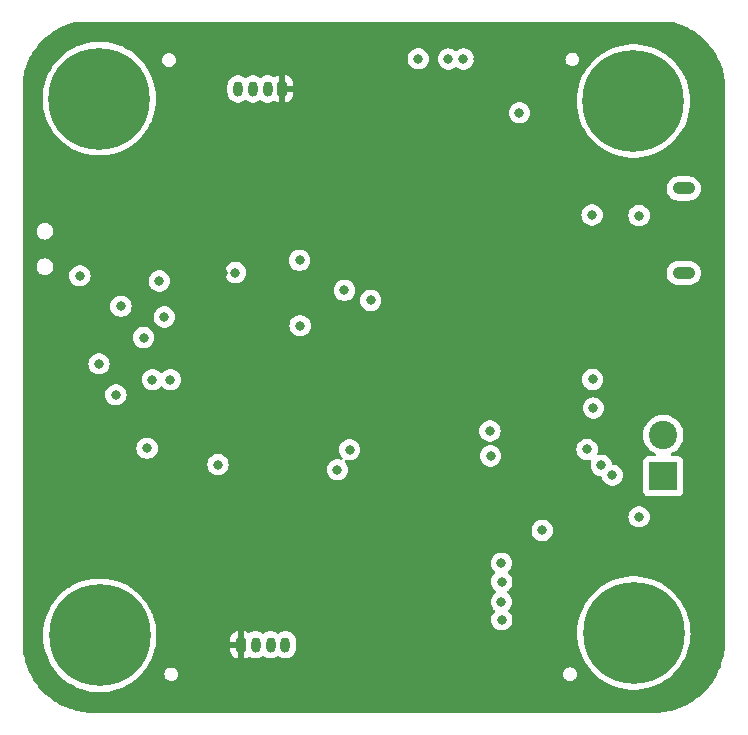
<source format=gbr>
%TF.GenerationSoftware,KiCad,Pcbnew,7.0.5*%
%TF.CreationDate,2023-07-30T01:34:42+05:30*%
%TF.ProjectId,STM32F4_test1,53544d33-3246-4345-9f74-657374312e6b,rev?*%
%TF.SameCoordinates,Original*%
%TF.FileFunction,Copper,L3,Inr*%
%TF.FilePolarity,Positive*%
%FSLAX46Y46*%
G04 Gerber Fmt 4.6, Leading zero omitted, Abs format (unit mm)*
G04 Created by KiCad (PCBNEW 7.0.5) date 2023-07-30 01:34:42*
%MOMM*%
%LPD*%
G01*
G04 APERTURE LIST*
G04 Aperture macros list*
%AMRoundRect*
0 Rectangle with rounded corners*
0 $1 Rounding radius*
0 $2 $3 $4 $5 $6 $7 $8 $9 X,Y pos of 4 corners*
0 Add a 4 corners polygon primitive as box body*
4,1,4,$2,$3,$4,$5,$6,$7,$8,$9,$2,$3,0*
0 Add four circle primitives for the rounded corners*
1,1,$1+$1,$2,$3*
1,1,$1+$1,$4,$5*
1,1,$1+$1,$6,$7*
1,1,$1+$1,$8,$9*
0 Add four rect primitives between the rounded corners*
20,1,$1+$1,$2,$3,$4,$5,0*
20,1,$1+$1,$4,$5,$6,$7,0*
20,1,$1+$1,$6,$7,$8,$9,0*
20,1,$1+$1,$8,$9,$2,$3,0*%
G04 Aperture macros list end*
%TA.AperFunction,ComponentPad*%
%ADD10RoundRect,0.200000X0.200000X0.450000X-0.200000X0.450000X-0.200000X-0.450000X0.200000X-0.450000X0*%
%TD*%
%TA.AperFunction,ComponentPad*%
%ADD11O,0.800000X1.300000*%
%TD*%
%TA.AperFunction,ComponentPad*%
%ADD12C,0.900000*%
%TD*%
%TA.AperFunction,ComponentPad*%
%ADD13C,8.600000*%
%TD*%
%TA.AperFunction,ComponentPad*%
%ADD14R,2.400000X2.400000*%
%TD*%
%TA.AperFunction,ComponentPad*%
%ADD15C,2.400000*%
%TD*%
%TA.AperFunction,ComponentPad*%
%ADD16RoundRect,0.200000X-0.200000X-0.450000X0.200000X-0.450000X0.200000X0.450000X-0.200000X0.450000X0*%
%TD*%
%TA.AperFunction,ComponentPad*%
%ADD17O,1.900000X1.050000*%
%TD*%
%TA.AperFunction,ViaPad*%
%ADD18C,0.800000*%
%TD*%
G04 APERTURE END LIST*
D10*
%TO.N,+3.3V*%
%TO.C,J3*%
X131500000Y-82450000D03*
D11*
%TO.N,I2C1_SCL*%
X130250000Y-82450000D03*
%TO.N,I2C1_SDA*%
X129000000Y-82450000D03*
%TO.N,GND*%
X127750000Y-82450000D03*
%TD*%
D12*
%TO.N,GND*%
%TO.C,H2*%
X158025000Y-128525000D03*
X158969581Y-126244581D03*
X158969581Y-130805419D03*
X161250000Y-125300000D03*
D13*
X161250000Y-128525000D03*
D12*
X161250000Y-131750000D03*
X163530419Y-126244581D03*
X163530419Y-130805419D03*
X164475000Y-128525000D03*
%TD*%
D14*
%TO.N,+12V*%
%TO.C,J1*%
X163750000Y-115250000D03*
D15*
%TO.N,GND*%
X163750000Y-111750000D03*
%TD*%
D12*
%TO.N,GND*%
%TO.C,H4*%
X112805419Y-128719581D03*
X113750000Y-126439162D03*
X113750000Y-131000000D03*
X116030419Y-125494581D03*
D13*
X116030419Y-128719581D03*
D12*
X116030419Y-131944581D03*
X118310838Y-126439162D03*
X118310838Y-131000000D03*
X119255419Y-128719581D03*
%TD*%
%TO.N,GND*%
%TO.C,H1*%
X157994581Y-83469581D03*
X158939162Y-81189162D03*
X158939162Y-85750000D03*
X161219581Y-80244581D03*
D13*
X161219581Y-83469581D03*
D12*
X161219581Y-86694581D03*
X163500000Y-81189162D03*
X163500000Y-85750000D03*
X164444581Y-83469581D03*
%TD*%
D16*
%TO.N,+3.3V*%
%TO.C,J4*%
X128000000Y-129500000D03*
D11*
%TO.N,USART3_TX*%
X129250000Y-129500000D03*
%TO.N,USART3_RX*%
X130500000Y-129500000D03*
%TO.N,GND*%
X131750000Y-129500000D03*
%TD*%
D17*
%TO.N,unconnected-(J5-Shield-Pad6)*%
%TO.C,J5*%
X165480000Y-98025000D03*
X165480000Y-90875000D03*
%TD*%
D12*
%TO.N,GND*%
%TO.C,H3*%
X112775000Y-83275000D03*
X113719581Y-80994581D03*
X113719581Y-85555419D03*
X116000000Y-80050000D03*
D13*
X116000000Y-83275000D03*
D12*
X116000000Y-86500000D03*
X118280419Y-80994581D03*
X118280419Y-85555419D03*
X119225000Y-83275000D03*
%TD*%
D18*
%TO.N,GND*%
X143000000Y-79900000D03*
X145550000Y-79925000D03*
X146825000Y-79925000D03*
%TO.N,+3.3V*%
X148050000Y-79875000D03*
%TO.N,NRST*%
X132960287Y-96960287D03*
X133000000Y-102500000D03*
%TO.N,GND*%
X115975000Y-105725000D03*
X117400000Y-108350000D03*
X161700000Y-93175000D03*
X153500000Y-119825000D03*
X157725000Y-93125000D03*
%TO.N,+3.3V*%
X136000000Y-101175000D03*
%TO.N,GND*%
X150075000Y-127400000D03*
X150075000Y-124175000D03*
X159425000Y-115150000D03*
X149125000Y-113525000D03*
X157825000Y-109475000D03*
X157775000Y-107050000D03*
X149075000Y-111400000D03*
X158500000Y-114325000D03*
X157300000Y-112975000D03*
X161700000Y-118675000D03*
X150050000Y-125875000D03*
X150050000Y-122600000D03*
X151575000Y-84475000D03*
X136750000Y-99500000D03*
X138975000Y-100350000D03*
X137200000Y-113000000D03*
X136150000Y-114700000D03*
X126050000Y-114250000D03*
X120050000Y-112875000D03*
X122025000Y-107075000D03*
X120500000Y-107075000D03*
X119750000Y-103500000D03*
X117825000Y-100850000D03*
X121075000Y-98700000D03*
X121500000Y-101750000D03*
X114350000Y-98275000D03*
X127525000Y-98000000D03*
%TO.N,+3.3V*%
X156700000Y-121200000D03*
X155825000Y-120375000D03*
X147125000Y-126750000D03*
X145100000Y-126775000D03*
X147150000Y-123425000D03*
X145100000Y-123500000D03*
X148850000Y-120600000D03*
X148800000Y-119075000D03*
X142450000Y-119000000D03*
X142450000Y-120550000D03*
X126500000Y-98000000D03*
X122275000Y-103400000D03*
X118825000Y-111000000D03*
X118775000Y-109475000D03*
X128450000Y-114250000D03*
X135000000Y-113575000D03*
X151550000Y-81775000D03*
X114400000Y-93750000D03*
X123525000Y-97775000D03*
X127000000Y-95275000D03*
X132000000Y-95250000D03*
%TD*%
%TA.AperFunction,Conductor*%
%TO.N,+3.3V*%
G36*
X164341949Y-76752409D02*
G01*
X164348197Y-76753658D01*
X164400576Y-76764137D01*
X164626449Y-76812673D01*
X164630412Y-76813665D01*
X164865677Y-76880971D01*
X165034160Y-76932520D01*
X165086890Y-76948654D01*
X165090583Y-76949912D01*
X165319050Y-77035866D01*
X165320136Y-77036289D01*
X165534476Y-77122439D01*
X165537789Y-77123886D01*
X165758347Y-77228000D01*
X165759757Y-77228688D01*
X165965981Y-77332776D01*
X165965997Y-77332784D01*
X165968983Y-77334395D01*
X166180331Y-77456033D01*
X166181921Y-77456981D01*
X166378537Y-77578254D01*
X166381156Y-77579962D01*
X166487947Y-77653561D01*
X166581897Y-77718310D01*
X166583637Y-77719554D01*
X166709794Y-77813079D01*
X166769248Y-77857155D01*
X166771515Y-77858919D01*
X166916937Y-77977633D01*
X166960360Y-78013081D01*
X166962154Y-78014603D01*
X167135393Y-78167527D01*
X167137289Y-78169274D01*
X167313049Y-78338284D01*
X167314915Y-78340157D01*
X167474436Y-78507208D01*
X167476053Y-78508969D01*
X167637512Y-78691659D01*
X167639360Y-78693851D01*
X167784106Y-78873914D01*
X167785417Y-78875605D01*
X167931522Y-79070785D01*
X167933343Y-79073351D01*
X168062206Y-79265050D01*
X168063235Y-79266633D01*
X168193033Y-79473029D01*
X168194762Y-79475954D01*
X168306819Y-79677901D01*
X168307594Y-79679342D01*
X168420269Y-79895671D01*
X168421859Y-79898957D01*
X168516276Y-80109635D01*
X168516828Y-80110905D01*
X168611610Y-80335717D01*
X168613012Y-80339358D01*
X168689295Y-80557734D01*
X168765759Y-80790186D01*
X168766924Y-80794173D01*
X168824267Y-81017992D01*
X168865754Y-81190052D01*
X168881629Y-81255889D01*
X168882509Y-81260205D01*
X168920517Y-81487689D01*
X168958429Y-81729681D01*
X168958977Y-81734306D01*
X168977394Y-81963165D01*
X168995613Y-82208237D01*
X168995783Y-82213140D01*
X168994700Y-82433621D01*
X168992949Y-82684179D01*
X168992885Y-82686590D01*
X168991396Y-82718999D01*
X168992239Y-82729397D01*
X168992937Y-82735995D01*
X168967848Y-128933667D01*
X168965889Y-128940323D01*
X168967763Y-128979424D01*
X168967832Y-128981893D01*
X168969863Y-129233996D01*
X168971227Y-129458493D01*
X168971072Y-129463269D01*
X168953306Y-129713101D01*
X168935539Y-129943637D01*
X168935026Y-129948143D01*
X168897790Y-130194444D01*
X168860716Y-130424296D01*
X168859887Y-130428504D01*
X168803425Y-130670639D01*
X168747268Y-130897249D01*
X168746168Y-130901140D01*
X168670799Y-131137945D01*
X168595929Y-131359470D01*
X168594603Y-131363030D01*
X168501057Y-131592441D01*
X168500534Y-131593684D01*
X168407705Y-131807895D01*
X168406199Y-131811113D01*
X168294898Y-132032283D01*
X168294164Y-132033697D01*
X168183828Y-132239602D01*
X168182188Y-132242475D01*
X168053821Y-132454081D01*
X168052844Y-132455638D01*
X167925767Y-132651762D01*
X167924038Y-132654291D01*
X167779398Y-132855051D01*
X167778153Y-132856720D01*
X167635244Y-133041647D01*
X167633470Y-133043838D01*
X167473427Y-133232548D01*
X167471888Y-133234295D01*
X167314130Y-133406748D01*
X167312354Y-133408610D01*
X167137930Y-133584074D01*
X167136079Y-133585861D01*
X166964590Y-133744618D01*
X166962853Y-133746167D01*
X166775059Y-133907359D01*
X166772880Y-133909145D01*
X166588844Y-134053121D01*
X166587181Y-134054377D01*
X166387257Y-134200227D01*
X166384738Y-134201971D01*
X166189392Y-134330197D01*
X166187842Y-134331182D01*
X165976980Y-134460819D01*
X165974116Y-134462476D01*
X165768892Y-134574022D01*
X165767483Y-134574765D01*
X165546974Y-134687381D01*
X165543764Y-134688906D01*
X165330065Y-134783025D01*
X165328826Y-134783555D01*
X165100020Y-134878443D01*
X165096468Y-134879790D01*
X164875311Y-134956002D01*
X164639058Y-135032745D01*
X164635173Y-135033868D01*
X164408850Y-135091384D01*
X164167062Y-135149280D01*
X164162860Y-135150134D01*
X163933338Y-135188557D01*
X163687173Y-135227269D01*
X163682671Y-135227809D01*
X163452039Y-135246963D01*
X163202526Y-135266197D01*
X163197749Y-135266380D01*
X162972354Y-135266347D01*
X162972110Y-135266275D01*
X162972110Y-135266347D01*
X162731730Y-135265838D01*
X162731433Y-135265810D01*
X162721177Y-135265810D01*
X162718699Y-135265760D01*
X162686879Y-135264487D01*
X162671287Y-135265810D01*
X115807543Y-135265810D01*
X115801711Y-135264097D01*
X115760069Y-135265763D01*
X115757723Y-135265812D01*
X115505624Y-135266346D01*
X115281076Y-135266378D01*
X115276301Y-135266195D01*
X115085714Y-135251505D01*
X115026893Y-135246971D01*
X114796140Y-135227807D01*
X114791639Y-135227267D01*
X114545525Y-135188565D01*
X114545477Y-135188557D01*
X114512214Y-135182988D01*
X114315964Y-135150137D01*
X114311761Y-135149283D01*
X114069946Y-135091380D01*
X113843660Y-135033876D01*
X113839787Y-135032756D01*
X113685835Y-134982749D01*
X113603506Y-134956006D01*
X113382325Y-134879786D01*
X113378796Y-134878447D01*
X113149995Y-134783561D01*
X113148756Y-134783031D01*
X112935050Y-134688910D01*
X112931840Y-134687385D01*
X112711354Y-134574782D01*
X112709945Y-134574039D01*
X112504685Y-134462474D01*
X112501821Y-134460817D01*
X112373076Y-134381667D01*
X112290969Y-134331189D01*
X112289446Y-134330221D01*
X112094073Y-134201977D01*
X112091555Y-134200234D01*
X111891643Y-134054393D01*
X111889981Y-134053137D01*
X111705911Y-133909136D01*
X111703742Y-133907359D01*
X111515968Y-133746184D01*
X111514250Y-133744653D01*
X111342736Y-133585872D01*
X111340885Y-133584085D01*
X111166437Y-133408599D01*
X111164688Y-133406765D01*
X111006913Y-133234295D01*
X111005384Y-133232559D01*
X110845339Y-133043845D01*
X110843565Y-133041655D01*
X110773618Y-132951143D01*
X110700636Y-132856703D01*
X110699433Y-132855091D01*
X110554759Y-132654285D01*
X110553030Y-132651756D01*
X110425978Y-132455671D01*
X110425001Y-132454113D01*
X110382282Y-132383694D01*
X110296609Y-132242467D01*
X110294971Y-132239595D01*
X110184648Y-132033718D01*
X110183914Y-132032304D01*
X110183903Y-132032283D01*
X110072603Y-131811113D01*
X110071105Y-131807913D01*
X109978255Y-131593655D01*
X109977751Y-131592453D01*
X109884201Y-131363035D01*
X109882875Y-131359475D01*
X109879504Y-131349501D01*
X109808001Y-131137942D01*
X109732637Y-130901152D01*
X109731543Y-130897282D01*
X109675377Y-130670639D01*
X109618908Y-130428475D01*
X109618089Y-130424315D01*
X109581010Y-130194437D01*
X109576519Y-130164730D01*
X109543773Y-129948124D01*
X109543265Y-129943659D01*
X109525491Y-129713050D01*
X109507729Y-129463272D01*
X109507575Y-129458504D01*
X109507576Y-129458493D01*
X109508997Y-129226727D01*
X109509022Y-129226727D01*
X109508999Y-129226507D01*
X109510883Y-128992625D01*
X109511108Y-128990425D01*
X109511025Y-128982554D01*
X109511099Y-128978798D01*
X109512437Y-128952033D01*
X109512332Y-128951805D01*
X109510980Y-128933622D01*
X109510864Y-128719584D01*
X111225080Y-128719584D01*
X111244424Y-129150318D01*
X111244424Y-129150326D01*
X111244425Y-129150328D01*
X111253575Y-129217873D01*
X111302304Y-129577608D01*
X111398249Y-129997972D01*
X111531492Y-130408053D01*
X111531495Y-130408061D01*
X111700952Y-130804528D01*
X111700956Y-130804536D01*
X111730760Y-130859920D01*
X111905282Y-131184236D01*
X111905286Y-131184242D01*
X111905286Y-131184243D01*
X112142813Y-131544082D01*
X112142823Y-131544095D01*
X112411644Y-131881188D01*
X112411656Y-131881201D01*
X112692955Y-132175416D01*
X112709629Y-132192855D01*
X113034339Y-132476546D01*
X113034349Y-132476553D01*
X113034350Y-132476554D01*
X113278975Y-132654285D01*
X113383172Y-132729988D01*
X113753319Y-132951141D01*
X113753322Y-132951142D01*
X113753323Y-132951143D01*
X113753325Y-132951144D01*
X114141791Y-133138220D01*
X114141805Y-133138226D01*
X114545474Y-133289725D01*
X114545478Y-133289726D01*
X114545488Y-133289730D01*
X114961130Y-133404440D01*
X115385383Y-133481431D01*
X115814828Y-133520081D01*
X115814835Y-133520081D01*
X116246003Y-133520081D01*
X116246010Y-133520081D01*
X116675455Y-133481431D01*
X117099708Y-133404440D01*
X117515350Y-133289730D01*
X117919038Y-133138224D01*
X118307519Y-132951141D01*
X118677666Y-132729988D01*
X119026499Y-132476546D01*
X119351209Y-132192855D01*
X119535597Y-132000001D01*
X121518525Y-132000001D01*
X121538337Y-132150495D01*
X121538338Y-132150497D01*
X121596426Y-132290735D01*
X121596427Y-132290737D01*
X121596428Y-132290738D01*
X121688835Y-132411165D01*
X121809262Y-132503572D01*
X121949503Y-132561662D01*
X122024751Y-132571568D01*
X122099999Y-132581475D01*
X122100000Y-132581475D01*
X122100001Y-132581475D01*
X122150165Y-132574870D01*
X122250497Y-132561662D01*
X122390738Y-132503572D01*
X122511165Y-132411165D01*
X122603572Y-132290738D01*
X122661662Y-132150497D01*
X122681475Y-132000001D01*
X155268525Y-132000001D01*
X155288337Y-132150495D01*
X155288338Y-132150497D01*
X155346426Y-132290735D01*
X155346427Y-132290737D01*
X155346428Y-132290738D01*
X155438835Y-132411165D01*
X155559262Y-132503572D01*
X155699503Y-132561662D01*
X155774751Y-132571568D01*
X155849999Y-132581475D01*
X155850000Y-132581475D01*
X155850001Y-132581475D01*
X155900165Y-132574870D01*
X156000497Y-132561662D01*
X156140738Y-132503572D01*
X156261165Y-132411165D01*
X156353572Y-132290738D01*
X156411662Y-132150497D01*
X156431475Y-132000000D01*
X156411662Y-131849503D01*
X156353572Y-131709263D01*
X156264886Y-131593684D01*
X156261166Y-131588836D01*
X156261165Y-131588835D01*
X156140738Y-131496428D01*
X156140737Y-131496427D01*
X156140735Y-131496426D01*
X156000497Y-131438338D01*
X156000495Y-131438337D01*
X155850001Y-131418525D01*
X155849999Y-131418525D01*
X155699504Y-131438337D01*
X155699502Y-131438338D01*
X155559263Y-131496427D01*
X155438835Y-131588835D01*
X155346427Y-131709263D01*
X155288338Y-131849502D01*
X155288337Y-131849504D01*
X155268525Y-131999998D01*
X155268525Y-132000001D01*
X122681475Y-132000001D01*
X122681475Y-132000000D01*
X122661662Y-131849503D01*
X122603572Y-131709263D01*
X122514886Y-131593684D01*
X122511166Y-131588836D01*
X122511165Y-131588835D01*
X122390738Y-131496428D01*
X122390737Y-131496427D01*
X122390735Y-131496426D01*
X122250497Y-131438338D01*
X122250495Y-131438337D01*
X122100001Y-131418525D01*
X122099999Y-131418525D01*
X121949504Y-131438337D01*
X121949502Y-131438338D01*
X121809263Y-131496427D01*
X121688835Y-131588835D01*
X121596427Y-131709263D01*
X121538338Y-131849502D01*
X121538337Y-131849504D01*
X121518525Y-131999998D01*
X121518525Y-132000001D01*
X119535597Y-132000001D01*
X119649183Y-131881200D01*
X119674461Y-131849503D01*
X119804365Y-131686607D01*
X119918020Y-131544088D01*
X120155556Y-131184236D01*
X120359880Y-130804539D01*
X120529345Y-130408056D01*
X120662587Y-129997978D01*
X120719186Y-129750000D01*
X127100001Y-129750000D01*
X127100001Y-130006582D01*
X127106408Y-130077102D01*
X127106409Y-130077107D01*
X127156981Y-130239396D01*
X127244927Y-130384877D01*
X127365122Y-130505072D01*
X127510604Y-130593019D01*
X127510603Y-130593019D01*
X127672894Y-130643590D01*
X127672893Y-130643590D01*
X127743408Y-130649998D01*
X127743426Y-130649999D01*
X127749999Y-130649998D01*
X127750000Y-130649998D01*
X127750000Y-129750000D01*
X127100001Y-129750000D01*
X120719186Y-129750000D01*
X120758534Y-129577607D01*
X120769046Y-129500000D01*
X127745102Y-129500000D01*
X127764505Y-129597545D01*
X127819760Y-129680240D01*
X127902455Y-129735495D01*
X127975376Y-129750000D01*
X128024624Y-129750000D01*
X128097545Y-129735495D01*
X128180240Y-129680240D01*
X128235495Y-129597545D01*
X128250000Y-129524623D01*
X128250000Y-130649999D01*
X128256581Y-130649999D01*
X128327102Y-130643591D01*
X128327107Y-130643590D01*
X128489396Y-130593018D01*
X128631228Y-130507278D01*
X128698782Y-130489442D01*
X128765256Y-130510959D01*
X128768263Y-130513077D01*
X128797265Y-130534148D01*
X128797270Y-130534151D01*
X128970192Y-130611142D01*
X128970197Y-130611144D01*
X129155354Y-130650500D01*
X129155355Y-130650500D01*
X129344644Y-130650500D01*
X129344646Y-130650500D01*
X129529803Y-130611144D01*
X129702730Y-130534151D01*
X129802114Y-130461944D01*
X129867921Y-130438464D01*
X129935975Y-130454289D01*
X129947885Y-130461944D01*
X130047265Y-130534148D01*
X130047270Y-130534151D01*
X130220192Y-130611142D01*
X130220197Y-130611144D01*
X130405354Y-130650500D01*
X130405355Y-130650500D01*
X130594644Y-130650500D01*
X130594646Y-130650500D01*
X130779803Y-130611144D01*
X130952730Y-130534151D01*
X131052114Y-130461944D01*
X131117921Y-130438464D01*
X131185975Y-130454289D01*
X131197885Y-130461944D01*
X131297265Y-130534148D01*
X131297270Y-130534151D01*
X131470192Y-130611142D01*
X131470197Y-130611144D01*
X131655354Y-130650500D01*
X131655355Y-130650500D01*
X131844644Y-130650500D01*
X131844646Y-130650500D01*
X132029803Y-130611144D01*
X132202730Y-130534151D01*
X132355871Y-130422888D01*
X132482533Y-130282216D01*
X132577179Y-130118284D01*
X132635674Y-129938256D01*
X132650500Y-129797192D01*
X132650500Y-129202808D01*
X132635674Y-129061744D01*
X132577179Y-128881716D01*
X132482533Y-128717784D01*
X132355871Y-128577112D01*
X132355870Y-128577111D01*
X132284150Y-128525003D01*
X156444661Y-128525003D01*
X156464005Y-128955737D01*
X156464005Y-128955745D01*
X156464006Y-128955747D01*
X156490364Y-129150327D01*
X156521885Y-129383027D01*
X156617830Y-129803391D01*
X156751073Y-130213472D01*
X156751076Y-130213480D01*
X156920533Y-130609947D01*
X156920537Y-130609955D01*
X156953193Y-130670639D01*
X157124863Y-130989655D01*
X157124867Y-130989661D01*
X157124867Y-130989662D01*
X157362394Y-131349501D01*
X157362404Y-131349514D01*
X157631225Y-131686607D01*
X157631235Y-131686618D01*
X157631236Y-131686619D01*
X157929210Y-131998274D01*
X158253920Y-132281965D01*
X158253930Y-132281972D01*
X158253931Y-132281973D01*
X158521737Y-132476546D01*
X158602753Y-132535407D01*
X158972900Y-132756560D01*
X158972903Y-132756561D01*
X158972904Y-132756562D01*
X158972906Y-132756563D01*
X159361372Y-132943639D01*
X159361386Y-132943645D01*
X159765055Y-133095144D01*
X159765059Y-133095145D01*
X159765069Y-133095149D01*
X160180711Y-133209859D01*
X160604964Y-133286850D01*
X161034409Y-133325500D01*
X161034416Y-133325500D01*
X161465584Y-133325500D01*
X161465591Y-133325500D01*
X161895036Y-133286850D01*
X162319289Y-133209859D01*
X162734931Y-133095149D01*
X163138619Y-132943643D01*
X163527100Y-132756560D01*
X163897247Y-132535407D01*
X164246080Y-132281965D01*
X164570790Y-131998274D01*
X164868764Y-131686619D01*
X165137601Y-131349507D01*
X165375137Y-130989655D01*
X165579461Y-130609958D01*
X165611863Y-130534151D01*
X165657018Y-130428504D01*
X165748926Y-130213475D01*
X165882168Y-129803397D01*
X165978115Y-129383026D01*
X166035994Y-128955747D01*
X166055339Y-128525000D01*
X166054683Y-128510402D01*
X166049225Y-128388855D01*
X166035994Y-128094253D01*
X165978115Y-127666974D01*
X165882168Y-127246603D01*
X165748926Y-126836525D01*
X165685376Y-126687843D01*
X165579466Y-126440052D01*
X165579462Y-126440044D01*
X165579461Y-126440042D01*
X165375137Y-126060345D01*
X165266043Y-125895074D01*
X165137605Y-125700498D01*
X165137595Y-125700485D01*
X164868774Y-125363392D01*
X164868762Y-125363379D01*
X164570794Y-125051730D01*
X164570793Y-125051729D01*
X164570790Y-125051726D01*
X164246080Y-124768035D01*
X164246068Y-124768026D01*
X163897256Y-124514599D01*
X163897251Y-124514596D01*
X163897247Y-124514593D01*
X163527100Y-124293440D01*
X163527095Y-124293437D01*
X163527093Y-124293436D01*
X163138627Y-124106360D01*
X163138613Y-124106354D01*
X162734944Y-123954855D01*
X162734919Y-123954847D01*
X162319295Y-123840142D01*
X161895043Y-123763151D01*
X161895040Y-123763150D01*
X161895036Y-123763150D01*
X161465591Y-123724500D01*
X161034409Y-123724500D01*
X160604964Y-123763150D01*
X160604960Y-123763150D01*
X160604956Y-123763151D01*
X160180704Y-123840142D01*
X159765080Y-123954847D01*
X159765055Y-123954855D01*
X159361386Y-124106354D01*
X159361372Y-124106360D01*
X158972906Y-124293436D01*
X158972904Y-124293437D01*
X158602743Y-124514599D01*
X158253931Y-124768026D01*
X158253914Y-124768039D01*
X157929210Y-125051726D01*
X157929205Y-125051730D01*
X157631237Y-125363379D01*
X157631225Y-125363392D01*
X157362404Y-125700485D01*
X157362394Y-125700498D01*
X157124867Y-126060337D01*
X157124867Y-126060338D01*
X156920537Y-126440044D01*
X156920533Y-126440052D01*
X156751076Y-126836519D01*
X156751073Y-126836527D01*
X156617830Y-127246608D01*
X156521885Y-127666972D01*
X156464006Y-128094253D01*
X156464005Y-128094262D01*
X156444661Y-128524996D01*
X156444661Y-128525003D01*
X132284150Y-128525003D01*
X132202734Y-128465851D01*
X132202729Y-128465848D01*
X132029807Y-128388857D01*
X132029802Y-128388855D01*
X131884000Y-128357865D01*
X131844646Y-128349500D01*
X131655354Y-128349500D01*
X131622897Y-128356398D01*
X131470197Y-128388855D01*
X131470192Y-128388857D01*
X131297271Y-128465848D01*
X131197885Y-128538056D01*
X131132078Y-128561535D01*
X131064025Y-128545709D01*
X131052115Y-128538056D01*
X131014052Y-128510402D01*
X130952730Y-128465849D01*
X130952728Y-128465848D01*
X130952729Y-128465848D01*
X130779807Y-128388857D01*
X130779802Y-128388855D01*
X130634000Y-128357865D01*
X130594646Y-128349500D01*
X130405354Y-128349500D01*
X130372897Y-128356398D01*
X130220197Y-128388855D01*
X130220192Y-128388857D01*
X130047270Y-128465848D01*
X130047266Y-128465850D01*
X129947883Y-128538056D01*
X129882077Y-128561535D01*
X129814023Y-128545709D01*
X129802114Y-128538055D01*
X129702734Y-128465851D01*
X129702729Y-128465848D01*
X129529807Y-128388857D01*
X129529802Y-128388855D01*
X129384001Y-128357865D01*
X129344646Y-128349500D01*
X129155354Y-128349500D01*
X129122897Y-128356398D01*
X128970197Y-128388855D01*
X128970192Y-128388857D01*
X128797272Y-128465848D01*
X128797270Y-128465849D01*
X128787654Y-128472835D01*
X128768260Y-128486925D01*
X128702452Y-128510402D01*
X128634399Y-128494574D01*
X128631228Y-128492721D01*
X128489395Y-128406980D01*
X128489396Y-128406980D01*
X128327105Y-128356409D01*
X128327106Y-128356409D01*
X128256572Y-128350000D01*
X128250000Y-128350000D01*
X128250000Y-129475376D01*
X128235495Y-129402455D01*
X128180240Y-129319760D01*
X128097545Y-129264505D01*
X128024624Y-129250000D01*
X127975376Y-129250000D01*
X127902455Y-129264505D01*
X127819760Y-129319760D01*
X127764505Y-129402455D01*
X127745102Y-129500000D01*
X120769046Y-129500000D01*
X120802911Y-129250000D01*
X127100000Y-129250000D01*
X127750000Y-129250000D01*
X127750000Y-128350000D01*
X127749999Y-128349999D01*
X127743436Y-128350000D01*
X127743417Y-128350001D01*
X127672897Y-128356408D01*
X127672892Y-128356409D01*
X127510603Y-128406981D01*
X127365122Y-128494927D01*
X127244927Y-128615122D01*
X127156980Y-128760604D01*
X127106409Y-128922893D01*
X127100000Y-128993427D01*
X127100000Y-129250000D01*
X120802911Y-129250000D01*
X120816413Y-129150328D01*
X120835758Y-128719581D01*
X120835677Y-128717785D01*
X120819448Y-128356409D01*
X120816413Y-128288834D01*
X120758534Y-127861555D01*
X120662587Y-127441184D01*
X120529345Y-127031106D01*
X120398713Y-126725477D01*
X120359885Y-126634633D01*
X120359881Y-126634625D01*
X120356541Y-126628418D01*
X120155556Y-126254926D01*
X120029036Y-126063256D01*
X119918024Y-125895079D01*
X119918014Y-125895066D01*
X119902012Y-125875000D01*
X149144540Y-125875000D01*
X149164326Y-126063256D01*
X149164327Y-126063259D01*
X149222818Y-126243277D01*
X149222821Y-126243284D01*
X149317467Y-126407216D01*
X149347024Y-126440042D01*
X149444129Y-126547888D01*
X149444134Y-126547892D01*
X149445383Y-126548800D01*
X149445931Y-126549510D01*
X149448963Y-126552241D01*
X149448463Y-126552795D01*
X149488048Y-126604131D01*
X149494026Y-126673745D01*
X149464646Y-126732089D01*
X149342466Y-126867784D01*
X149247821Y-127031715D01*
X149247818Y-127031722D01*
X149189327Y-127211740D01*
X149189326Y-127211744D01*
X149169540Y-127400000D01*
X149189326Y-127588256D01*
X149189327Y-127588259D01*
X149247818Y-127768277D01*
X149247821Y-127768284D01*
X149342467Y-127932216D01*
X149469128Y-128072887D01*
X149469129Y-128072888D01*
X149622265Y-128184148D01*
X149622270Y-128184151D01*
X149795192Y-128261142D01*
X149795197Y-128261144D01*
X149980354Y-128300500D01*
X149980355Y-128300500D01*
X150169644Y-128300500D01*
X150169646Y-128300500D01*
X150354803Y-128261144D01*
X150527730Y-128184151D01*
X150680871Y-128072888D01*
X150807533Y-127932216D01*
X150902179Y-127768284D01*
X150960674Y-127588256D01*
X150980460Y-127400000D01*
X150960674Y-127211744D01*
X150902179Y-127031716D01*
X150807533Y-126867784D01*
X150680871Y-126727112D01*
X150679609Y-126726195D01*
X150679056Y-126725477D01*
X150676042Y-126722764D01*
X150676538Y-126722212D01*
X150636947Y-126670861D01*
X150630974Y-126601248D01*
X150660351Y-126542911D01*
X150782533Y-126407216D01*
X150877179Y-126243284D01*
X150935674Y-126063256D01*
X150955460Y-125875000D01*
X150935674Y-125686744D01*
X150877179Y-125506716D01*
X150782533Y-125342784D01*
X150655871Y-125202112D01*
X150562672Y-125134399D01*
X150520007Y-125079069D01*
X150514028Y-125009455D01*
X150546634Y-124947660D01*
X150562662Y-124933771D01*
X150680871Y-124847888D01*
X150807533Y-124707216D01*
X150902179Y-124543284D01*
X150960674Y-124363256D01*
X150980460Y-124175000D01*
X150960674Y-123986744D01*
X150902179Y-123806716D01*
X150807533Y-123642784D01*
X150680871Y-123502112D01*
X150648697Y-123478736D01*
X150606031Y-123423406D01*
X150600052Y-123353793D01*
X150632658Y-123291998D01*
X150648692Y-123278103D01*
X150655871Y-123272888D01*
X150782533Y-123132216D01*
X150877179Y-122968284D01*
X150935674Y-122788256D01*
X150955460Y-122600000D01*
X150935674Y-122411744D01*
X150877179Y-122231716D01*
X150782533Y-122067784D01*
X150655871Y-121927112D01*
X150655870Y-121927111D01*
X150502734Y-121815851D01*
X150502729Y-121815848D01*
X150329807Y-121738857D01*
X150329802Y-121738855D01*
X150184001Y-121707865D01*
X150144646Y-121699500D01*
X149955354Y-121699500D01*
X149922897Y-121706398D01*
X149770197Y-121738855D01*
X149770192Y-121738857D01*
X149597270Y-121815848D01*
X149597265Y-121815851D01*
X149444129Y-121927111D01*
X149317466Y-122067785D01*
X149222821Y-122231715D01*
X149222818Y-122231722D01*
X149164327Y-122411740D01*
X149164326Y-122411744D01*
X149144540Y-122600000D01*
X149164326Y-122788256D01*
X149164327Y-122788259D01*
X149222818Y-122968277D01*
X149222821Y-122968284D01*
X149317467Y-123132216D01*
X149444127Y-123272886D01*
X149444129Y-123272888D01*
X149476302Y-123296263D01*
X149518968Y-123351592D01*
X149524947Y-123421206D01*
X149492342Y-123483001D01*
X149476310Y-123496894D01*
X149469128Y-123502112D01*
X149469123Y-123502116D01*
X149342466Y-123642785D01*
X149247821Y-123806715D01*
X149247818Y-123806722D01*
X149189327Y-123986740D01*
X149189326Y-123986744D01*
X149169540Y-124175000D01*
X149189326Y-124363256D01*
X149189327Y-124363259D01*
X149247818Y-124543277D01*
X149247821Y-124543284D01*
X149342467Y-124707216D01*
X149469129Y-124847888D01*
X149562327Y-124915600D01*
X149604992Y-124970930D01*
X149610971Y-125040543D01*
X149578365Y-125102338D01*
X149562327Y-125116236D01*
X149444127Y-125202113D01*
X149317466Y-125342785D01*
X149222821Y-125506715D01*
X149222818Y-125506722D01*
X149206166Y-125557973D01*
X149164326Y-125686744D01*
X149144540Y-125875000D01*
X119902012Y-125875000D01*
X119649193Y-125557973D01*
X119649181Y-125557960D01*
X119351213Y-125246311D01*
X119351212Y-125246310D01*
X119351209Y-125246307D01*
X119122806Y-125046757D01*
X119026504Y-124962620D01*
X119026487Y-124962607D01*
X118677675Y-124709180D01*
X118677670Y-124709177D01*
X118677666Y-124709174D01*
X118307519Y-124488021D01*
X118307514Y-124488018D01*
X118307512Y-124488017D01*
X117919046Y-124300941D01*
X117919032Y-124300935D01*
X117515363Y-124149436D01*
X117515338Y-124149428D01*
X117099714Y-124034723D01*
X116675462Y-123957732D01*
X116675459Y-123957731D01*
X116675455Y-123957731D01*
X116246010Y-123919081D01*
X115814828Y-123919081D01*
X115385383Y-123957731D01*
X115385379Y-123957731D01*
X115385375Y-123957732D01*
X114961123Y-124034723D01*
X114545499Y-124149428D01*
X114545474Y-124149436D01*
X114141805Y-124300935D01*
X114141791Y-124300941D01*
X113753325Y-124488017D01*
X113753323Y-124488018D01*
X113397881Y-124700385D01*
X113386453Y-124707214D01*
X113383162Y-124709180D01*
X113034350Y-124962607D01*
X113034333Y-124962620D01*
X112709629Y-125246307D01*
X112709624Y-125246311D01*
X112411656Y-125557960D01*
X112411644Y-125557973D01*
X112142823Y-125895066D01*
X112142813Y-125895079D01*
X111905286Y-126254918D01*
X111905286Y-126254919D01*
X111700956Y-126634625D01*
X111700952Y-126634633D01*
X111531495Y-127031100D01*
X111531492Y-127031108D01*
X111398249Y-127441189D01*
X111302304Y-127861553D01*
X111244425Y-128288834D01*
X111244424Y-128288843D01*
X111225080Y-128719577D01*
X111225080Y-128719584D01*
X109510864Y-128719584D01*
X109506034Y-119825000D01*
X152594540Y-119825000D01*
X152614326Y-120013256D01*
X152614327Y-120013259D01*
X152672818Y-120193277D01*
X152672821Y-120193284D01*
X152767467Y-120357216D01*
X152894128Y-120497888D01*
X152894129Y-120497888D01*
X153047265Y-120609148D01*
X153047270Y-120609151D01*
X153220192Y-120686142D01*
X153220197Y-120686144D01*
X153405354Y-120725500D01*
X153405355Y-120725500D01*
X153594644Y-120725500D01*
X153594646Y-120725500D01*
X153779803Y-120686144D01*
X153952730Y-120609151D01*
X154105871Y-120497888D01*
X154232533Y-120357216D01*
X154327179Y-120193284D01*
X154385674Y-120013256D01*
X154405460Y-119825000D01*
X154385674Y-119636744D01*
X154327179Y-119456716D01*
X154232533Y-119292784D01*
X154105871Y-119152112D01*
X154105870Y-119152111D01*
X153952734Y-119040851D01*
X153952729Y-119040848D01*
X153779807Y-118963857D01*
X153779802Y-118963855D01*
X153634001Y-118932865D01*
X153594646Y-118924500D01*
X153405354Y-118924500D01*
X153372897Y-118931398D01*
X153220197Y-118963855D01*
X153220192Y-118963857D01*
X153047270Y-119040848D01*
X153047265Y-119040851D01*
X152894129Y-119152111D01*
X152767466Y-119292785D01*
X152672821Y-119456715D01*
X152672818Y-119456722D01*
X152614327Y-119636740D01*
X152614326Y-119636744D01*
X152594540Y-119825000D01*
X109506034Y-119825000D01*
X109505409Y-118675000D01*
X160794540Y-118675000D01*
X160814326Y-118863256D01*
X160814327Y-118863259D01*
X160872818Y-119043277D01*
X160872821Y-119043284D01*
X160967467Y-119207216D01*
X161044513Y-119292784D01*
X161094129Y-119347888D01*
X161247265Y-119459148D01*
X161247270Y-119459151D01*
X161420192Y-119536142D01*
X161420197Y-119536144D01*
X161605354Y-119575500D01*
X161605355Y-119575500D01*
X161794644Y-119575500D01*
X161794646Y-119575500D01*
X161979803Y-119536144D01*
X162152730Y-119459151D01*
X162305871Y-119347888D01*
X162432533Y-119207216D01*
X162527179Y-119043284D01*
X162585674Y-118863256D01*
X162605460Y-118675000D01*
X162585674Y-118486744D01*
X162527179Y-118306716D01*
X162432533Y-118142784D01*
X162305871Y-118002112D01*
X162305870Y-118002111D01*
X162152734Y-117890851D01*
X162152729Y-117890848D01*
X161979807Y-117813857D01*
X161979802Y-117813855D01*
X161834001Y-117782865D01*
X161794646Y-117774500D01*
X161605354Y-117774500D01*
X161572897Y-117781398D01*
X161420197Y-117813855D01*
X161420192Y-117813857D01*
X161247270Y-117890848D01*
X161247265Y-117890851D01*
X161094129Y-118002111D01*
X160967466Y-118142785D01*
X160872821Y-118306715D01*
X160872818Y-118306722D01*
X160814327Y-118486740D01*
X160814326Y-118486744D01*
X160794540Y-118675000D01*
X109505409Y-118675000D01*
X109503006Y-114250000D01*
X125144540Y-114250000D01*
X125164326Y-114438256D01*
X125164327Y-114438259D01*
X125222818Y-114618277D01*
X125222821Y-114618284D01*
X125317467Y-114782216D01*
X125412946Y-114888256D01*
X125444129Y-114922888D01*
X125597265Y-115034148D01*
X125597270Y-115034151D01*
X125770192Y-115111142D01*
X125770197Y-115111144D01*
X125955354Y-115150500D01*
X125955355Y-115150500D01*
X126144644Y-115150500D01*
X126144646Y-115150500D01*
X126329803Y-115111144D01*
X126502730Y-115034151D01*
X126655871Y-114922888D01*
X126782533Y-114782216D01*
X126830000Y-114700000D01*
X135244540Y-114700000D01*
X135264326Y-114888256D01*
X135264327Y-114888259D01*
X135322818Y-115068277D01*
X135322821Y-115068284D01*
X135417467Y-115232216D01*
X135512946Y-115338256D01*
X135544129Y-115372888D01*
X135697265Y-115484148D01*
X135697270Y-115484151D01*
X135870192Y-115561142D01*
X135870197Y-115561144D01*
X136055354Y-115600500D01*
X136055355Y-115600500D01*
X136244644Y-115600500D01*
X136244646Y-115600500D01*
X136429803Y-115561144D01*
X136602730Y-115484151D01*
X136755871Y-115372888D01*
X136882533Y-115232216D01*
X136977179Y-115068284D01*
X137035674Y-114888256D01*
X137055460Y-114700000D01*
X137035674Y-114511744D01*
X136977179Y-114331716D01*
X136882533Y-114167784D01*
X136787054Y-114061744D01*
X136786333Y-114060943D01*
X136756103Y-113997952D01*
X136764728Y-113928616D01*
X136809470Y-113874951D01*
X136876122Y-113853993D01*
X136916807Y-113860042D01*
X136920194Y-113861142D01*
X136920197Y-113861144D01*
X136920199Y-113861144D01*
X136920201Y-113861145D01*
X136985154Y-113874951D01*
X137105354Y-113900500D01*
X137105355Y-113900500D01*
X137294644Y-113900500D01*
X137294646Y-113900500D01*
X137479803Y-113861144D01*
X137652730Y-113784151D01*
X137805871Y-113672888D01*
X137932533Y-113532216D01*
X137936699Y-113525000D01*
X148219540Y-113525000D01*
X148239326Y-113713256D01*
X148239327Y-113713259D01*
X148297818Y-113893277D01*
X148297821Y-113893284D01*
X148392467Y-114057216D01*
X148465624Y-114138465D01*
X148519129Y-114197888D01*
X148672265Y-114309148D01*
X148672270Y-114309151D01*
X148845192Y-114386142D01*
X148845197Y-114386144D01*
X149030354Y-114425500D01*
X149030355Y-114425500D01*
X149219644Y-114425500D01*
X149219646Y-114425500D01*
X149404803Y-114386144D01*
X149577730Y-114309151D01*
X149730871Y-114197888D01*
X149857533Y-114057216D01*
X149952179Y-113893284D01*
X150010674Y-113713256D01*
X150030460Y-113525000D01*
X150010674Y-113336744D01*
X149952179Y-113156716D01*
X149857533Y-112992784D01*
X149841520Y-112975000D01*
X156394540Y-112975000D01*
X156414326Y-113163256D01*
X156414327Y-113163259D01*
X156472818Y-113343277D01*
X156472821Y-113343284D01*
X156567467Y-113507216D01*
X156686177Y-113639056D01*
X156694129Y-113647888D01*
X156847265Y-113759148D01*
X156847270Y-113759151D01*
X157020192Y-113836142D01*
X157020197Y-113836144D01*
X157205354Y-113875500D01*
X157205355Y-113875500D01*
X157394644Y-113875500D01*
X157394646Y-113875500D01*
X157511725Y-113850614D01*
X157581390Y-113855930D01*
X157637124Y-113898067D01*
X157661229Y-113963646D01*
X157655435Y-114010222D01*
X157640166Y-114057216D01*
X157614326Y-114136744D01*
X157594540Y-114325000D01*
X157614326Y-114513256D01*
X157614327Y-114513259D01*
X157672818Y-114693277D01*
X157672821Y-114693284D01*
X157767467Y-114857216D01*
X157826599Y-114922888D01*
X157894129Y-114997888D01*
X158047265Y-115109148D01*
X158047270Y-115109151D01*
X158220192Y-115186142D01*
X158220197Y-115186144D01*
X158405354Y-115225500D01*
X158415825Y-115225500D01*
X158482864Y-115245185D01*
X158528619Y-115297989D01*
X158537885Y-115331922D01*
X158537976Y-115331903D01*
X158538312Y-115333486D01*
X158539145Y-115336535D01*
X158539325Y-115338254D01*
X158539326Y-115338257D01*
X158597818Y-115518277D01*
X158597821Y-115518284D01*
X158692467Y-115682216D01*
X158819128Y-115822888D01*
X158819129Y-115822888D01*
X158972265Y-115934148D01*
X158972270Y-115934151D01*
X159145192Y-116011142D01*
X159145197Y-116011144D01*
X159330354Y-116050500D01*
X159330355Y-116050500D01*
X159519644Y-116050500D01*
X159519646Y-116050500D01*
X159704803Y-116011144D01*
X159877730Y-115934151D01*
X160030871Y-115822888D01*
X160157533Y-115682216D01*
X160252179Y-115518284D01*
X160310674Y-115338256D01*
X160330460Y-115150000D01*
X160310674Y-114961744D01*
X160256112Y-114793823D01*
X160252181Y-114781722D01*
X160252180Y-114781721D01*
X160252179Y-114781716D01*
X160157533Y-114617784D01*
X160030871Y-114477112D01*
X160030870Y-114477111D01*
X159877734Y-114365851D01*
X159877729Y-114365848D01*
X159704807Y-114288857D01*
X159704802Y-114288855D01*
X159559001Y-114257865D01*
X159519646Y-114249500D01*
X159519645Y-114249500D01*
X159509175Y-114249500D01*
X159442136Y-114229815D01*
X159396381Y-114177011D01*
X159387114Y-114143077D01*
X159387024Y-114143097D01*
X159386687Y-114141513D01*
X159385855Y-114138465D01*
X159385674Y-114136745D01*
X159385673Y-114136742D01*
X159385672Y-114136740D01*
X159327179Y-113956716D01*
X159232533Y-113792784D01*
X159105871Y-113652112D01*
X159105870Y-113652111D01*
X158952734Y-113540851D01*
X158952729Y-113540848D01*
X158779807Y-113463857D01*
X158779802Y-113463855D01*
X158634001Y-113432865D01*
X158594646Y-113424500D01*
X158405354Y-113424500D01*
X158405352Y-113424500D01*
X158288275Y-113449385D01*
X158218608Y-113444069D01*
X158162875Y-113401931D01*
X158138770Y-113336351D01*
X158144563Y-113289780D01*
X158185674Y-113163256D01*
X158205460Y-112975000D01*
X158185674Y-112786744D01*
X158127179Y-112606716D01*
X158032533Y-112442784D01*
X157905871Y-112302112D01*
X157905870Y-112302111D01*
X157752734Y-112190851D01*
X157752729Y-112190848D01*
X157579807Y-112113857D01*
X157579802Y-112113855D01*
X157434000Y-112082865D01*
X157394646Y-112074500D01*
X157205354Y-112074500D01*
X157172897Y-112081398D01*
X157020197Y-112113855D01*
X157020192Y-112113857D01*
X156847270Y-112190848D01*
X156847265Y-112190851D01*
X156694129Y-112302111D01*
X156567466Y-112442785D01*
X156472821Y-112606715D01*
X156472818Y-112606722D01*
X156414327Y-112786740D01*
X156414326Y-112786744D01*
X156394540Y-112975000D01*
X149841520Y-112975000D01*
X149730871Y-112852112D01*
X149730870Y-112852111D01*
X149577734Y-112740851D01*
X149577729Y-112740848D01*
X149404807Y-112663857D01*
X149404802Y-112663855D01*
X149253590Y-112631715D01*
X149219646Y-112624500D01*
X149030354Y-112624500D01*
X148997897Y-112631398D01*
X148845197Y-112663855D01*
X148845192Y-112663857D01*
X148672270Y-112740848D01*
X148672265Y-112740851D01*
X148519129Y-112852111D01*
X148392466Y-112992785D01*
X148297821Y-113156715D01*
X148297818Y-113156722D01*
X148239327Y-113336740D01*
X148239326Y-113336744D01*
X148219540Y-113525000D01*
X137936699Y-113525000D01*
X138027179Y-113368284D01*
X138085674Y-113188256D01*
X138105460Y-113000000D01*
X138085674Y-112811744D01*
X138027179Y-112631716D01*
X137932533Y-112467784D01*
X137805871Y-112327112D01*
X137805870Y-112327111D01*
X137652734Y-112215851D01*
X137652729Y-112215848D01*
X137479807Y-112138857D01*
X137479802Y-112138855D01*
X137334001Y-112107865D01*
X137294646Y-112099500D01*
X137105354Y-112099500D01*
X137072897Y-112106398D01*
X136920197Y-112138855D01*
X136920192Y-112138857D01*
X136747270Y-112215848D01*
X136747265Y-112215851D01*
X136594129Y-112327111D01*
X136467466Y-112467785D01*
X136372821Y-112631715D01*
X136372818Y-112631722D01*
X136322450Y-112786740D01*
X136314326Y-112811744D01*
X136294540Y-113000000D01*
X136314326Y-113188256D01*
X136314327Y-113188259D01*
X136372818Y-113368277D01*
X136372821Y-113368284D01*
X136467467Y-113532216D01*
X136507891Y-113577111D01*
X136563666Y-113639056D01*
X136593896Y-113702048D01*
X136585271Y-113771383D01*
X136540529Y-113825048D01*
X136473877Y-113846006D01*
X136433199Y-113839959D01*
X136429804Y-113838856D01*
X136337224Y-113819178D01*
X136244646Y-113799500D01*
X136055354Y-113799500D01*
X136022897Y-113806398D01*
X135870197Y-113838855D01*
X135870192Y-113838857D01*
X135697270Y-113915848D01*
X135697265Y-113915851D01*
X135544129Y-114027111D01*
X135417466Y-114167785D01*
X135322821Y-114331715D01*
X135322818Y-114331722D01*
X135264327Y-114511740D01*
X135264326Y-114511744D01*
X135244540Y-114700000D01*
X126830000Y-114700000D01*
X126877179Y-114618284D01*
X126935674Y-114438256D01*
X126955460Y-114250000D01*
X126935674Y-114061744D01*
X126877179Y-113881716D01*
X126782533Y-113717784D01*
X126655871Y-113577112D01*
X126655870Y-113577111D01*
X126502734Y-113465851D01*
X126502729Y-113465848D01*
X126329807Y-113388857D01*
X126329802Y-113388855D01*
X126184000Y-113357865D01*
X126144646Y-113349500D01*
X125955354Y-113349500D01*
X125922897Y-113356398D01*
X125770197Y-113388855D01*
X125770192Y-113388857D01*
X125597270Y-113465848D01*
X125597265Y-113465851D01*
X125444129Y-113577111D01*
X125317466Y-113717785D01*
X125222821Y-113881715D01*
X125222818Y-113881722D01*
X125165798Y-114057214D01*
X125164326Y-114061744D01*
X125144540Y-114250000D01*
X109503006Y-114250000D01*
X109502259Y-112875000D01*
X119144540Y-112875000D01*
X119164326Y-113063256D01*
X119164327Y-113063259D01*
X119222818Y-113243277D01*
X119222821Y-113243284D01*
X119317467Y-113407216D01*
X119427856Y-113529815D01*
X119444129Y-113547888D01*
X119597265Y-113659148D01*
X119597270Y-113659151D01*
X119770192Y-113736142D01*
X119770197Y-113736144D01*
X119955354Y-113775500D01*
X119955355Y-113775500D01*
X120144644Y-113775500D01*
X120144646Y-113775500D01*
X120329803Y-113736144D01*
X120502730Y-113659151D01*
X120655871Y-113547888D01*
X120782533Y-113407216D01*
X120877179Y-113243284D01*
X120935674Y-113063256D01*
X120955460Y-112875000D01*
X120935674Y-112686744D01*
X120877179Y-112506716D01*
X120782533Y-112342784D01*
X120655871Y-112202112D01*
X120640369Y-112190849D01*
X120502734Y-112090851D01*
X120502729Y-112090848D01*
X120329807Y-112013857D01*
X120329802Y-112013855D01*
X120184000Y-111982865D01*
X120144646Y-111974500D01*
X119955354Y-111974500D01*
X119922897Y-111981398D01*
X119770197Y-112013855D01*
X119770192Y-112013857D01*
X119597270Y-112090848D01*
X119597265Y-112090851D01*
X119444129Y-112202111D01*
X119317466Y-112342785D01*
X119222821Y-112506715D01*
X119222818Y-112506722D01*
X119171762Y-112663857D01*
X119164326Y-112686744D01*
X119144540Y-112875000D01*
X109502259Y-112875000D01*
X109501458Y-111400000D01*
X148169540Y-111400000D01*
X148189326Y-111588256D01*
X148189327Y-111588259D01*
X148247818Y-111768277D01*
X148247821Y-111768284D01*
X148342467Y-111932216D01*
X148415977Y-112013857D01*
X148469129Y-112072888D01*
X148622265Y-112184148D01*
X148622270Y-112184151D01*
X148795192Y-112261142D01*
X148795197Y-112261144D01*
X148980354Y-112300500D01*
X148980355Y-112300500D01*
X149169644Y-112300500D01*
X149169646Y-112300500D01*
X149354803Y-112261144D01*
X149527730Y-112184151D01*
X149680871Y-112072888D01*
X149807533Y-111932216D01*
X149902179Y-111768284D01*
X149908119Y-111750004D01*
X162044732Y-111750004D01*
X162063777Y-112004154D01*
X162120490Y-112252630D01*
X162120492Y-112252637D01*
X162213608Y-112489890D01*
X162223326Y-112506722D01*
X162341041Y-112710612D01*
X162499950Y-112909877D01*
X162686783Y-113083232D01*
X162897366Y-113226805D01*
X162897371Y-113226807D01*
X162897372Y-113226808D01*
X162897373Y-113226809D01*
X163022126Y-113286886D01*
X163077972Y-113313780D01*
X163129832Y-113360602D01*
X163148145Y-113428029D01*
X163127097Y-113494653D01*
X163073371Y-113539321D01*
X163024171Y-113549500D01*
X162502129Y-113549500D01*
X162502123Y-113549501D01*
X162442516Y-113555908D01*
X162307671Y-113606202D01*
X162307664Y-113606206D01*
X162192455Y-113692452D01*
X162192452Y-113692455D01*
X162106206Y-113807664D01*
X162106202Y-113807671D01*
X162055908Y-113942517D01*
X162053637Y-113963646D01*
X162049501Y-114002123D01*
X162049500Y-114002135D01*
X162049500Y-116497870D01*
X162049501Y-116497876D01*
X162055908Y-116557483D01*
X162106202Y-116692328D01*
X162106206Y-116692335D01*
X162192452Y-116807544D01*
X162192455Y-116807547D01*
X162307664Y-116893793D01*
X162307671Y-116893797D01*
X162442517Y-116944091D01*
X162442516Y-116944091D01*
X162449444Y-116944835D01*
X162502127Y-116950500D01*
X164997872Y-116950499D01*
X165057483Y-116944091D01*
X165192331Y-116893796D01*
X165307546Y-116807546D01*
X165393796Y-116692331D01*
X165444091Y-116557483D01*
X165450500Y-116497873D01*
X165450499Y-114002128D01*
X165444091Y-113942517D01*
X165438906Y-113928616D01*
X165393797Y-113807671D01*
X165393793Y-113807664D01*
X165307547Y-113692455D01*
X165307544Y-113692452D01*
X165192335Y-113606206D01*
X165192328Y-113606202D01*
X165057482Y-113555908D01*
X165057483Y-113555908D01*
X164997883Y-113549501D01*
X164997881Y-113549500D01*
X164997873Y-113549500D01*
X164997865Y-113549500D01*
X164475829Y-113549500D01*
X164408790Y-113529815D01*
X164363035Y-113477011D01*
X164353091Y-113407853D01*
X164382116Y-113344297D01*
X164422027Y-113313780D01*
X164602634Y-113226805D01*
X164813217Y-113083232D01*
X165000050Y-112909877D01*
X165158959Y-112710612D01*
X165286393Y-112489888D01*
X165379508Y-112252637D01*
X165436222Y-112004157D01*
X165453898Y-111768284D01*
X165455268Y-111750004D01*
X165455268Y-111749995D01*
X165436222Y-111495845D01*
X165379509Y-111247369D01*
X165379508Y-111247363D01*
X165286393Y-111010112D01*
X165158959Y-110789388D01*
X165000050Y-110590123D01*
X164813217Y-110416768D01*
X164602634Y-110273195D01*
X164602630Y-110273193D01*
X164602627Y-110273191D01*
X164602626Y-110273190D01*
X164373006Y-110162612D01*
X164373008Y-110162612D01*
X164129466Y-110087489D01*
X164129462Y-110087488D01*
X164129458Y-110087487D01*
X164008231Y-110069214D01*
X163877440Y-110049500D01*
X163877435Y-110049500D01*
X163622565Y-110049500D01*
X163622559Y-110049500D01*
X163465609Y-110073157D01*
X163370542Y-110087487D01*
X163370538Y-110087488D01*
X163370539Y-110087488D01*
X163370533Y-110087489D01*
X163126992Y-110162612D01*
X162897373Y-110273190D01*
X162897372Y-110273191D01*
X162686782Y-110416768D01*
X162499952Y-110590121D01*
X162499950Y-110590123D01*
X162341041Y-110789388D01*
X162213608Y-111010109D01*
X162120492Y-111247362D01*
X162120490Y-111247369D01*
X162063777Y-111495845D01*
X162044732Y-111749995D01*
X162044732Y-111750004D01*
X149908119Y-111750004D01*
X149960674Y-111588256D01*
X149980460Y-111400000D01*
X149960674Y-111211744D01*
X149902179Y-111031716D01*
X149807533Y-110867784D01*
X149680871Y-110727112D01*
X149680870Y-110727111D01*
X149527734Y-110615851D01*
X149527729Y-110615848D01*
X149354807Y-110538857D01*
X149354802Y-110538855D01*
X149209001Y-110507865D01*
X149169646Y-110499500D01*
X148980354Y-110499500D01*
X148947897Y-110506398D01*
X148795197Y-110538855D01*
X148795192Y-110538857D01*
X148622270Y-110615848D01*
X148622265Y-110615851D01*
X148469129Y-110727111D01*
X148342466Y-110867785D01*
X148247821Y-111031715D01*
X148247818Y-111031722D01*
X148189327Y-111211740D01*
X148189326Y-111211744D01*
X148169540Y-111400000D01*
X109501458Y-111400000D01*
X109500413Y-109475000D01*
X156919540Y-109475000D01*
X156939326Y-109663256D01*
X156939327Y-109663259D01*
X156997818Y-109843277D01*
X156997821Y-109843284D01*
X157092467Y-110007216D01*
X157219129Y-110147887D01*
X157219129Y-110147888D01*
X157372265Y-110259148D01*
X157372270Y-110259151D01*
X157545192Y-110336142D01*
X157545197Y-110336144D01*
X157730354Y-110375500D01*
X157730355Y-110375500D01*
X157919644Y-110375500D01*
X157919646Y-110375500D01*
X158104803Y-110336144D01*
X158277730Y-110259151D01*
X158430871Y-110147888D01*
X158557533Y-110007216D01*
X158652179Y-109843284D01*
X158710674Y-109663256D01*
X158730460Y-109475000D01*
X158710674Y-109286744D01*
X158652179Y-109106716D01*
X158557533Y-108942784D01*
X158430871Y-108802112D01*
X158430870Y-108802111D01*
X158277734Y-108690851D01*
X158277729Y-108690848D01*
X158104807Y-108613857D01*
X158104802Y-108613855D01*
X157959001Y-108582865D01*
X157919646Y-108574500D01*
X157730354Y-108574500D01*
X157697897Y-108581398D01*
X157545197Y-108613855D01*
X157545192Y-108613857D01*
X157372270Y-108690848D01*
X157372265Y-108690851D01*
X157219129Y-108802111D01*
X157092466Y-108942785D01*
X156997821Y-109106715D01*
X156997818Y-109106722D01*
X156951102Y-109250500D01*
X156939326Y-109286744D01*
X156919540Y-109475000D01*
X109500413Y-109475000D01*
X109500000Y-108714451D01*
X109500000Y-108350000D01*
X116494540Y-108350000D01*
X116514326Y-108538256D01*
X116514327Y-108538259D01*
X116572818Y-108718277D01*
X116572821Y-108718284D01*
X116667467Y-108882216D01*
X116722003Y-108942784D01*
X116794129Y-109022888D01*
X116947265Y-109134148D01*
X116947270Y-109134151D01*
X117120192Y-109211142D01*
X117120197Y-109211144D01*
X117305354Y-109250500D01*
X117305355Y-109250500D01*
X117494644Y-109250500D01*
X117494646Y-109250500D01*
X117679803Y-109211144D01*
X117852730Y-109134151D01*
X118005871Y-109022888D01*
X118132533Y-108882216D01*
X118227179Y-108718284D01*
X118285674Y-108538256D01*
X118305460Y-108350000D01*
X118285674Y-108161744D01*
X118227179Y-107981716D01*
X118132533Y-107817784D01*
X118005871Y-107677112D01*
X118005870Y-107677111D01*
X117852734Y-107565851D01*
X117852729Y-107565848D01*
X117679807Y-107488857D01*
X117679802Y-107488855D01*
X117534001Y-107457865D01*
X117494646Y-107449500D01*
X117305354Y-107449500D01*
X117272897Y-107456398D01*
X117120197Y-107488855D01*
X117120192Y-107488857D01*
X116947270Y-107565848D01*
X116947265Y-107565851D01*
X116794129Y-107677111D01*
X116667466Y-107817785D01*
X116572821Y-107981715D01*
X116572818Y-107981722D01*
X116514327Y-108161740D01*
X116514326Y-108161744D01*
X116494540Y-108350000D01*
X109500000Y-108350000D01*
X109500000Y-107075000D01*
X119594540Y-107075000D01*
X119614326Y-107263256D01*
X119614327Y-107263259D01*
X119672818Y-107443277D01*
X119672821Y-107443284D01*
X119767467Y-107607216D01*
X119797848Y-107640957D01*
X119894129Y-107747888D01*
X120047265Y-107859148D01*
X120047270Y-107859151D01*
X120220192Y-107936142D01*
X120220197Y-107936144D01*
X120405354Y-107975500D01*
X120405355Y-107975500D01*
X120594644Y-107975500D01*
X120594646Y-107975500D01*
X120779803Y-107936144D01*
X120952730Y-107859151D01*
X121105871Y-107747888D01*
X121170352Y-107676274D01*
X121229836Y-107639627D01*
X121299693Y-107640957D01*
X121354647Y-107676274D01*
X121396619Y-107722888D01*
X121419129Y-107747888D01*
X121572265Y-107859148D01*
X121572270Y-107859151D01*
X121745192Y-107936142D01*
X121745197Y-107936144D01*
X121930354Y-107975500D01*
X121930355Y-107975500D01*
X122119644Y-107975500D01*
X122119646Y-107975500D01*
X122304803Y-107936144D01*
X122477730Y-107859151D01*
X122630871Y-107747888D01*
X122757533Y-107607216D01*
X122852179Y-107443284D01*
X122910674Y-107263256D01*
X122930460Y-107075000D01*
X122927832Y-107050000D01*
X156869540Y-107050000D01*
X156889326Y-107238256D01*
X156889327Y-107238259D01*
X156947818Y-107418277D01*
X156947821Y-107418284D01*
X157042467Y-107582216D01*
X157127911Y-107677111D01*
X157169129Y-107722888D01*
X157322265Y-107834148D01*
X157322270Y-107834151D01*
X157495192Y-107911142D01*
X157495197Y-107911144D01*
X157680354Y-107950500D01*
X157680355Y-107950500D01*
X157869644Y-107950500D01*
X157869646Y-107950500D01*
X158054803Y-107911144D01*
X158227730Y-107834151D01*
X158380871Y-107722888D01*
X158507533Y-107582216D01*
X158602179Y-107418284D01*
X158660674Y-107238256D01*
X158680460Y-107050000D01*
X158660674Y-106861744D01*
X158602179Y-106681716D01*
X158507533Y-106517784D01*
X158380871Y-106377112D01*
X158380870Y-106377111D01*
X158227734Y-106265851D01*
X158227729Y-106265848D01*
X158054807Y-106188857D01*
X158054802Y-106188855D01*
X157909001Y-106157865D01*
X157869646Y-106149500D01*
X157680354Y-106149500D01*
X157647897Y-106156398D01*
X157495197Y-106188855D01*
X157495192Y-106188857D01*
X157322270Y-106265848D01*
X157322265Y-106265851D01*
X157169129Y-106377111D01*
X157042466Y-106517785D01*
X156947821Y-106681715D01*
X156947818Y-106681722D01*
X156889327Y-106861740D01*
X156889326Y-106861744D01*
X156869540Y-107050000D01*
X122927832Y-107050000D01*
X122910674Y-106886744D01*
X122852179Y-106706716D01*
X122757533Y-106542784D01*
X122630871Y-106402112D01*
X122630870Y-106402111D01*
X122477734Y-106290851D01*
X122477729Y-106290848D01*
X122304807Y-106213857D01*
X122304802Y-106213855D01*
X122159001Y-106182865D01*
X122119646Y-106174500D01*
X121930354Y-106174500D01*
X121897897Y-106181398D01*
X121745197Y-106213855D01*
X121745192Y-106213857D01*
X121572270Y-106290848D01*
X121572265Y-106290851D01*
X121419129Y-106402111D01*
X121419128Y-106402112D01*
X121354649Y-106473723D01*
X121295162Y-106510371D01*
X121225305Y-106509040D01*
X121170351Y-106473723D01*
X121105871Y-106402112D01*
X121105870Y-106402111D01*
X120952734Y-106290851D01*
X120952729Y-106290848D01*
X120779807Y-106213857D01*
X120779802Y-106213855D01*
X120634000Y-106182865D01*
X120594646Y-106174500D01*
X120405354Y-106174500D01*
X120372897Y-106181398D01*
X120220197Y-106213855D01*
X120220192Y-106213857D01*
X120047270Y-106290848D01*
X120047265Y-106290851D01*
X119894129Y-106402111D01*
X119767466Y-106542785D01*
X119672821Y-106706715D01*
X119672818Y-106706722D01*
X119622450Y-106861740D01*
X119614326Y-106886744D01*
X119594540Y-107075000D01*
X109500000Y-107075000D01*
X109500000Y-105725000D01*
X115069540Y-105725000D01*
X115089326Y-105913256D01*
X115089327Y-105913259D01*
X115147818Y-106093277D01*
X115147821Y-106093284D01*
X115242467Y-106257216D01*
X115350421Y-106377111D01*
X115369129Y-106397888D01*
X115522265Y-106509148D01*
X115522270Y-106509151D01*
X115695192Y-106586142D01*
X115695197Y-106586144D01*
X115880354Y-106625500D01*
X115880355Y-106625500D01*
X116069644Y-106625500D01*
X116069646Y-106625500D01*
X116254803Y-106586144D01*
X116427730Y-106509151D01*
X116580871Y-106397888D01*
X116707533Y-106257216D01*
X116802179Y-106093284D01*
X116860674Y-105913256D01*
X116880460Y-105725000D01*
X116860674Y-105536744D01*
X116802179Y-105356716D01*
X116707533Y-105192784D01*
X116580871Y-105052112D01*
X116580870Y-105052111D01*
X116427734Y-104940851D01*
X116427729Y-104940848D01*
X116254807Y-104863857D01*
X116254802Y-104863855D01*
X116109001Y-104832865D01*
X116069646Y-104824500D01*
X115880354Y-104824500D01*
X115847897Y-104831398D01*
X115695197Y-104863855D01*
X115695192Y-104863857D01*
X115522270Y-104940848D01*
X115522265Y-104940851D01*
X115369129Y-105052111D01*
X115242466Y-105192785D01*
X115147821Y-105356715D01*
X115147818Y-105356722D01*
X115089327Y-105536740D01*
X115089326Y-105536744D01*
X115069540Y-105725000D01*
X109500000Y-105725000D01*
X109500000Y-103500000D01*
X118844540Y-103500000D01*
X118864326Y-103688256D01*
X118864327Y-103688259D01*
X118922818Y-103868277D01*
X118922821Y-103868284D01*
X119017467Y-104032216D01*
X119144128Y-104172887D01*
X119144129Y-104172888D01*
X119297265Y-104284148D01*
X119297270Y-104284151D01*
X119470192Y-104361142D01*
X119470197Y-104361144D01*
X119655354Y-104400500D01*
X119655355Y-104400500D01*
X119844644Y-104400500D01*
X119844646Y-104400500D01*
X120029803Y-104361144D01*
X120202730Y-104284151D01*
X120355871Y-104172888D01*
X120482533Y-104032216D01*
X120577179Y-103868284D01*
X120635674Y-103688256D01*
X120655460Y-103500000D01*
X120635674Y-103311744D01*
X120577179Y-103131716D01*
X120482533Y-102967784D01*
X120355871Y-102827112D01*
X120355870Y-102827111D01*
X120202734Y-102715851D01*
X120202729Y-102715848D01*
X120029807Y-102638857D01*
X120029802Y-102638855D01*
X119884001Y-102607865D01*
X119844646Y-102599500D01*
X119655354Y-102599500D01*
X119622897Y-102606398D01*
X119470197Y-102638855D01*
X119470192Y-102638857D01*
X119297270Y-102715848D01*
X119297265Y-102715851D01*
X119144129Y-102827111D01*
X119017466Y-102967785D01*
X118922821Y-103131715D01*
X118922818Y-103131722D01*
X118864327Y-103311740D01*
X118864326Y-103311744D01*
X118844540Y-103500000D01*
X109500000Y-103500000D01*
X109500000Y-100850000D01*
X116919540Y-100850000D01*
X116939326Y-101038256D01*
X116939327Y-101038259D01*
X116997818Y-101218277D01*
X116997821Y-101218284D01*
X117092467Y-101382216D01*
X117219128Y-101522888D01*
X117219129Y-101522888D01*
X117372265Y-101634148D01*
X117372270Y-101634151D01*
X117545192Y-101711142D01*
X117545197Y-101711144D01*
X117730354Y-101750500D01*
X117730355Y-101750500D01*
X117919644Y-101750500D01*
X117919646Y-101750500D01*
X117921998Y-101750000D01*
X120594540Y-101750000D01*
X120614326Y-101938256D01*
X120614327Y-101938259D01*
X120672818Y-102118277D01*
X120672821Y-102118284D01*
X120767467Y-102282216D01*
X120894128Y-102422888D01*
X120894129Y-102422888D01*
X121047265Y-102534148D01*
X121047270Y-102534151D01*
X121220192Y-102611142D01*
X121220197Y-102611144D01*
X121405354Y-102650500D01*
X121405355Y-102650500D01*
X121594644Y-102650500D01*
X121594646Y-102650500D01*
X121779803Y-102611144D01*
X121952730Y-102534151D01*
X121999735Y-102500000D01*
X132094540Y-102500000D01*
X132114326Y-102688256D01*
X132114327Y-102688259D01*
X132172818Y-102868277D01*
X132172821Y-102868284D01*
X132267467Y-103032216D01*
X132357063Y-103131722D01*
X132394129Y-103172888D01*
X132547265Y-103284148D01*
X132547270Y-103284151D01*
X132720192Y-103361142D01*
X132720197Y-103361144D01*
X132905354Y-103400500D01*
X132905355Y-103400500D01*
X133094644Y-103400500D01*
X133094646Y-103400500D01*
X133279803Y-103361144D01*
X133452730Y-103284151D01*
X133605871Y-103172888D01*
X133732533Y-103032216D01*
X133827179Y-102868284D01*
X133885674Y-102688256D01*
X133905460Y-102500000D01*
X133885674Y-102311744D01*
X133827179Y-102131716D01*
X133732533Y-101967784D01*
X133605871Y-101827112D01*
X133605870Y-101827111D01*
X133452734Y-101715851D01*
X133452729Y-101715848D01*
X133279807Y-101638857D01*
X133279802Y-101638855D01*
X133134001Y-101607865D01*
X133094646Y-101599500D01*
X132905354Y-101599500D01*
X132872897Y-101606398D01*
X132720197Y-101638855D01*
X132720192Y-101638857D01*
X132547270Y-101715848D01*
X132547265Y-101715851D01*
X132394129Y-101827111D01*
X132267466Y-101967785D01*
X132172821Y-102131715D01*
X132172818Y-102131722D01*
X132123921Y-102282214D01*
X132114326Y-102311744D01*
X132094540Y-102500000D01*
X121999735Y-102500000D01*
X122105871Y-102422888D01*
X122232533Y-102282216D01*
X122327179Y-102118284D01*
X122385674Y-101938256D01*
X122405460Y-101750000D01*
X122385674Y-101561744D01*
X122331112Y-101393823D01*
X122327181Y-101381722D01*
X122327180Y-101381721D01*
X122327179Y-101381716D01*
X122232533Y-101217784D01*
X122105871Y-101077112D01*
X122105870Y-101077111D01*
X121952734Y-100965851D01*
X121952729Y-100965848D01*
X121779807Y-100888857D01*
X121779802Y-100888855D01*
X121634000Y-100857865D01*
X121594646Y-100849500D01*
X121405354Y-100849500D01*
X121372897Y-100856398D01*
X121220197Y-100888855D01*
X121220192Y-100888857D01*
X121047270Y-100965848D01*
X121047265Y-100965851D01*
X120894129Y-101077111D01*
X120767466Y-101217785D01*
X120672821Y-101381715D01*
X120672818Y-101381722D01*
X120626951Y-101522888D01*
X120614326Y-101561744D01*
X120594540Y-101750000D01*
X117921998Y-101750000D01*
X118104803Y-101711144D01*
X118277730Y-101634151D01*
X118430871Y-101522888D01*
X118557533Y-101382216D01*
X118652179Y-101218284D01*
X118710674Y-101038256D01*
X118730460Y-100850000D01*
X118710674Y-100661744D01*
X118652179Y-100481716D01*
X118557533Y-100317784D01*
X118430871Y-100177112D01*
X118430870Y-100177111D01*
X118277734Y-100065851D01*
X118277729Y-100065848D01*
X118104807Y-99988857D01*
X118104802Y-99988855D01*
X117959001Y-99957865D01*
X117919646Y-99949500D01*
X117730354Y-99949500D01*
X117697897Y-99956398D01*
X117545197Y-99988855D01*
X117545192Y-99988857D01*
X117372270Y-100065848D01*
X117372265Y-100065851D01*
X117219129Y-100177111D01*
X117092466Y-100317785D01*
X116997821Y-100481715D01*
X116997818Y-100481722D01*
X116939327Y-100661740D01*
X116939326Y-100661744D01*
X116933384Y-100718284D01*
X116919593Y-100849500D01*
X116919540Y-100850000D01*
X109500000Y-100850000D01*
X109500000Y-98275000D01*
X113444540Y-98275000D01*
X113464326Y-98463256D01*
X113464327Y-98463259D01*
X113522818Y-98643277D01*
X113522821Y-98643284D01*
X113617467Y-98807216D01*
X113684624Y-98881801D01*
X113744129Y-98947888D01*
X113897265Y-99059148D01*
X113897270Y-99059151D01*
X114070192Y-99136142D01*
X114070197Y-99136144D01*
X114255354Y-99175500D01*
X114255355Y-99175500D01*
X114444644Y-99175500D01*
X114444646Y-99175500D01*
X114629803Y-99136144D01*
X114802730Y-99059151D01*
X114955871Y-98947888D01*
X115082533Y-98807216D01*
X115144434Y-98700000D01*
X120169540Y-98700000D01*
X120189326Y-98888256D01*
X120189327Y-98888259D01*
X120247818Y-99068277D01*
X120247821Y-99068284D01*
X120342467Y-99232216D01*
X120414071Y-99311740D01*
X120469129Y-99372888D01*
X120622265Y-99484148D01*
X120622270Y-99484151D01*
X120795192Y-99561142D01*
X120795197Y-99561144D01*
X120980354Y-99600500D01*
X120980355Y-99600500D01*
X121169644Y-99600500D01*
X121169646Y-99600500D01*
X121354803Y-99561144D01*
X121492133Y-99500000D01*
X135844540Y-99500000D01*
X135864326Y-99688256D01*
X135864327Y-99688259D01*
X135922818Y-99868277D01*
X135922821Y-99868284D01*
X136017467Y-100032216D01*
X136134091Y-100161740D01*
X136144129Y-100172888D01*
X136297265Y-100284148D01*
X136297270Y-100284151D01*
X136470192Y-100361142D01*
X136470197Y-100361144D01*
X136655354Y-100400500D01*
X136655355Y-100400500D01*
X136844644Y-100400500D01*
X136844646Y-100400500D01*
X137029803Y-100361144D01*
X137054833Y-100350000D01*
X138069540Y-100350000D01*
X138089326Y-100538256D01*
X138089327Y-100538259D01*
X138147818Y-100718277D01*
X138147821Y-100718284D01*
X138242467Y-100882216D01*
X138248446Y-100888856D01*
X138369129Y-101022888D01*
X138522265Y-101134148D01*
X138522270Y-101134151D01*
X138695192Y-101211142D01*
X138695197Y-101211144D01*
X138880354Y-101250500D01*
X138880355Y-101250500D01*
X139069644Y-101250500D01*
X139069646Y-101250500D01*
X139254803Y-101211144D01*
X139427730Y-101134151D01*
X139580871Y-101022888D01*
X139707533Y-100882216D01*
X139802179Y-100718284D01*
X139860674Y-100538256D01*
X139880460Y-100350000D01*
X139860674Y-100161744D01*
X139802179Y-99981716D01*
X139707533Y-99817784D01*
X139580871Y-99677112D01*
X139580870Y-99677111D01*
X139427734Y-99565851D01*
X139427729Y-99565848D01*
X139254807Y-99488857D01*
X139254802Y-99488855D01*
X139109001Y-99457865D01*
X139069646Y-99449500D01*
X138880354Y-99449500D01*
X138847897Y-99456398D01*
X138695197Y-99488855D01*
X138695192Y-99488857D01*
X138522270Y-99565848D01*
X138522265Y-99565851D01*
X138369129Y-99677111D01*
X138242466Y-99817785D01*
X138147821Y-99981715D01*
X138147818Y-99981722D01*
X138089327Y-100161740D01*
X138089326Y-100161744D01*
X138069540Y-100350000D01*
X137054833Y-100350000D01*
X137202730Y-100284151D01*
X137355871Y-100172888D01*
X137482533Y-100032216D01*
X137577179Y-99868284D01*
X137635674Y-99688256D01*
X137655460Y-99500000D01*
X137635674Y-99311744D01*
X137577179Y-99131716D01*
X137482533Y-98967784D01*
X137355871Y-98827112D01*
X137355870Y-98827111D01*
X137202734Y-98715851D01*
X137202729Y-98715848D01*
X137029807Y-98638857D01*
X137029802Y-98638855D01*
X136884001Y-98607865D01*
X136844646Y-98599500D01*
X136655354Y-98599500D01*
X136622897Y-98606398D01*
X136470197Y-98638855D01*
X136470192Y-98638857D01*
X136297270Y-98715848D01*
X136297265Y-98715851D01*
X136144129Y-98827111D01*
X136017466Y-98967785D01*
X135922821Y-99131715D01*
X135922818Y-99131722D01*
X135890166Y-99232216D01*
X135864326Y-99311744D01*
X135844540Y-99500000D01*
X121492133Y-99500000D01*
X121527730Y-99484151D01*
X121680871Y-99372888D01*
X121807533Y-99232216D01*
X121902179Y-99068284D01*
X121960674Y-98888256D01*
X121980460Y-98700000D01*
X121960674Y-98511744D01*
X121902179Y-98331716D01*
X121807533Y-98167784D01*
X121680871Y-98027112D01*
X121677964Y-98025000D01*
X121643555Y-98000000D01*
X126619540Y-98000000D01*
X126639326Y-98188256D01*
X126639327Y-98188259D01*
X126697818Y-98368277D01*
X126697821Y-98368284D01*
X126792467Y-98532216D01*
X126919128Y-98672887D01*
X126919129Y-98672888D01*
X127072265Y-98784148D01*
X127072270Y-98784151D01*
X127245192Y-98861142D01*
X127245197Y-98861144D01*
X127430354Y-98900500D01*
X127430355Y-98900500D01*
X127619644Y-98900500D01*
X127619646Y-98900500D01*
X127804803Y-98861144D01*
X127977730Y-98784151D01*
X128130871Y-98672888D01*
X128257533Y-98532216D01*
X128352179Y-98368284D01*
X128410674Y-98188256D01*
X128427832Y-98025000D01*
X164024538Y-98025000D01*
X164044337Y-98226031D01*
X164102978Y-98419345D01*
X164198198Y-98597488D01*
X164198203Y-98597495D01*
X164326352Y-98753647D01*
X164391627Y-98807216D01*
X164482506Y-98881798D01*
X164482509Y-98881799D01*
X164482511Y-98881801D01*
X164660654Y-98977021D01*
X164660656Y-98977021D01*
X164660659Y-98977023D01*
X164853967Y-99035662D01*
X165004620Y-99050500D01*
X165004623Y-99050500D01*
X165955377Y-99050500D01*
X165955380Y-99050500D01*
X166106033Y-99035662D01*
X166299341Y-98977023D01*
X166477494Y-98881798D01*
X166633647Y-98753647D01*
X166761798Y-98597494D01*
X166857023Y-98419341D01*
X166915662Y-98226033D01*
X166935462Y-98025000D01*
X166915662Y-97823967D01*
X166857023Y-97630659D01*
X166857021Y-97630656D01*
X166857021Y-97630654D01*
X166761801Y-97452511D01*
X166761799Y-97452509D01*
X166761798Y-97452506D01*
X166722824Y-97405016D01*
X166633647Y-97296352D01*
X166477495Y-97168203D01*
X166477488Y-97168198D01*
X166299345Y-97072978D01*
X166106031Y-97014337D01*
X165995900Y-97003490D01*
X165955380Y-96999500D01*
X165004620Y-96999500D01*
X164967433Y-97003162D01*
X164853968Y-97014337D01*
X164660654Y-97072978D01*
X164482511Y-97168198D01*
X164482504Y-97168203D01*
X164326352Y-97296352D01*
X164198203Y-97452504D01*
X164198198Y-97452511D01*
X164102978Y-97630654D01*
X164044337Y-97823968D01*
X164024538Y-98025000D01*
X128427832Y-98025000D01*
X128430460Y-98000000D01*
X128410674Y-97811744D01*
X128352179Y-97631716D01*
X128257533Y-97467784D01*
X128130871Y-97327112D01*
X128088535Y-97296353D01*
X127977734Y-97215851D01*
X127977729Y-97215848D01*
X127804807Y-97138857D01*
X127804802Y-97138855D01*
X127659000Y-97107865D01*
X127619646Y-97099500D01*
X127430354Y-97099500D01*
X127397897Y-97106398D01*
X127245197Y-97138855D01*
X127245192Y-97138857D01*
X127072270Y-97215848D01*
X127072265Y-97215851D01*
X126919129Y-97327111D01*
X126792466Y-97467785D01*
X126697821Y-97631715D01*
X126697818Y-97631722D01*
X126643304Y-97799500D01*
X126639326Y-97811744D01*
X126619540Y-98000000D01*
X121643555Y-98000000D01*
X121527734Y-97915851D01*
X121527729Y-97915848D01*
X121354807Y-97838857D01*
X121354802Y-97838855D01*
X121209001Y-97807865D01*
X121169646Y-97799500D01*
X120980354Y-97799500D01*
X120947897Y-97806398D01*
X120795197Y-97838855D01*
X120795192Y-97838857D01*
X120622270Y-97915848D01*
X120622265Y-97915851D01*
X120469129Y-98027111D01*
X120342466Y-98167785D01*
X120247821Y-98331715D01*
X120247818Y-98331722D01*
X120189327Y-98511740D01*
X120189326Y-98511744D01*
X120169540Y-98700000D01*
X115144434Y-98700000D01*
X115177179Y-98643284D01*
X115235674Y-98463256D01*
X115255460Y-98275000D01*
X115235674Y-98086744D01*
X115177179Y-97906716D01*
X115082533Y-97742784D01*
X114955871Y-97602112D01*
X114955870Y-97602111D01*
X114802734Y-97490851D01*
X114802729Y-97490848D01*
X114629807Y-97413857D01*
X114629802Y-97413855D01*
X114484000Y-97382865D01*
X114444646Y-97374500D01*
X114255354Y-97374500D01*
X114222897Y-97381398D01*
X114070197Y-97413855D01*
X114070192Y-97413857D01*
X113897270Y-97490848D01*
X113897265Y-97490851D01*
X113744129Y-97602111D01*
X113617466Y-97742785D01*
X113522821Y-97906715D01*
X113522818Y-97906722D01*
X113464327Y-98086740D01*
X113464326Y-98086744D01*
X113444540Y-98275000D01*
X109500000Y-98275000D01*
X109500000Y-97585055D01*
X110694500Y-97585055D01*
X110735210Y-97750226D01*
X110814263Y-97900849D01*
X110814266Y-97900852D01*
X110927071Y-98028183D01*
X111011905Y-98086740D01*
X111067068Y-98124817D01*
X111067069Y-98124817D01*
X111067070Y-98124818D01*
X111226128Y-98185140D01*
X111302028Y-98194356D01*
X111352626Y-98200500D01*
X111352628Y-98200500D01*
X111437374Y-98200500D01*
X111479538Y-98195380D01*
X111563872Y-98185140D01*
X111722930Y-98124818D01*
X111862929Y-98028183D01*
X111975734Y-97900852D01*
X112054790Y-97750225D01*
X112095500Y-97585056D01*
X112095500Y-97414944D01*
X112054790Y-97249775D01*
X112036984Y-97215848D01*
X111975736Y-97099150D01*
X111900598Y-97014337D01*
X111862929Y-96971817D01*
X111846225Y-96960287D01*
X132054827Y-96960287D01*
X132074613Y-97148543D01*
X132074614Y-97148546D01*
X132133105Y-97328564D01*
X132133108Y-97328571D01*
X132227754Y-97492503D01*
X132326446Y-97602111D01*
X132354416Y-97633175D01*
X132507552Y-97744435D01*
X132507557Y-97744438D01*
X132680479Y-97821429D01*
X132680484Y-97821431D01*
X132865641Y-97860787D01*
X132865642Y-97860787D01*
X133054931Y-97860787D01*
X133054933Y-97860787D01*
X133240090Y-97821431D01*
X133413017Y-97744438D01*
X133566158Y-97633175D01*
X133692820Y-97492503D01*
X133787466Y-97328571D01*
X133845961Y-97148543D01*
X133865747Y-96960287D01*
X133845961Y-96772031D01*
X133787466Y-96592003D01*
X133692820Y-96428071D01*
X133566158Y-96287399D01*
X133566157Y-96287398D01*
X133413021Y-96176138D01*
X133413016Y-96176135D01*
X133240094Y-96099144D01*
X133240089Y-96099142D01*
X133094288Y-96068152D01*
X133054933Y-96059787D01*
X132865641Y-96059787D01*
X132833184Y-96066685D01*
X132680484Y-96099142D01*
X132680479Y-96099144D01*
X132507557Y-96176135D01*
X132507552Y-96176138D01*
X132354416Y-96287398D01*
X132227753Y-96428072D01*
X132133108Y-96592002D01*
X132133105Y-96592009D01*
X132074614Y-96772027D01*
X132074613Y-96772031D01*
X132054827Y-96960287D01*
X111846225Y-96960287D01*
X111813177Y-96937475D01*
X111722931Y-96875182D01*
X111563874Y-96814860D01*
X111563868Y-96814859D01*
X111437374Y-96799500D01*
X111437372Y-96799500D01*
X111352628Y-96799500D01*
X111352626Y-96799500D01*
X111226131Y-96814859D01*
X111226125Y-96814860D01*
X111067068Y-96875182D01*
X110927072Y-96971816D01*
X110814263Y-97099150D01*
X110735210Y-97249773D01*
X110694500Y-97414944D01*
X110694500Y-97585055D01*
X109500000Y-97585055D01*
X109500000Y-94585055D01*
X110694500Y-94585055D01*
X110735210Y-94750226D01*
X110814263Y-94900849D01*
X110814266Y-94900852D01*
X110927071Y-95028183D01*
X111017318Y-95090476D01*
X111067068Y-95124817D01*
X111067069Y-95124817D01*
X111067070Y-95124818D01*
X111226128Y-95185140D01*
X111302028Y-95194356D01*
X111352626Y-95200500D01*
X111352628Y-95200500D01*
X111437374Y-95200500D01*
X111479538Y-95195380D01*
X111563872Y-95185140D01*
X111722930Y-95124818D01*
X111862929Y-95028183D01*
X111975734Y-94900852D01*
X112054790Y-94750225D01*
X112095500Y-94585056D01*
X112095500Y-94414944D01*
X112054790Y-94249775D01*
X112054789Y-94249773D01*
X111975736Y-94099150D01*
X111954784Y-94075500D01*
X111862929Y-93971817D01*
X111813177Y-93937475D01*
X111722931Y-93875182D01*
X111563874Y-93814860D01*
X111563868Y-93814859D01*
X111437374Y-93799500D01*
X111437372Y-93799500D01*
X111352628Y-93799500D01*
X111352626Y-93799500D01*
X111226131Y-93814859D01*
X111226125Y-93814860D01*
X111067068Y-93875182D01*
X110927072Y-93971816D01*
X110814263Y-94099150D01*
X110735210Y-94249773D01*
X110694500Y-94414944D01*
X110694500Y-94585055D01*
X109500000Y-94585055D01*
X109500000Y-93125000D01*
X156819540Y-93125000D01*
X156839326Y-93313256D01*
X156839327Y-93313259D01*
X156897818Y-93493277D01*
X156897821Y-93493284D01*
X156992467Y-93657216D01*
X157119129Y-93797888D01*
X157272265Y-93909148D01*
X157272270Y-93909151D01*
X157445192Y-93986142D01*
X157445197Y-93986144D01*
X157630354Y-94025500D01*
X157630355Y-94025500D01*
X157819644Y-94025500D01*
X157819646Y-94025500D01*
X158004803Y-93986144D01*
X158177730Y-93909151D01*
X158330871Y-93797888D01*
X158457533Y-93657216D01*
X158552179Y-93493284D01*
X158610674Y-93313256D01*
X158625205Y-93175000D01*
X160794540Y-93175000D01*
X160814326Y-93363256D01*
X160814327Y-93363259D01*
X160872818Y-93543277D01*
X160872821Y-93543284D01*
X160967467Y-93707216D01*
X161094129Y-93847888D01*
X161247265Y-93959148D01*
X161247270Y-93959151D01*
X161420192Y-94036142D01*
X161420197Y-94036144D01*
X161605354Y-94075500D01*
X161605355Y-94075500D01*
X161794644Y-94075500D01*
X161794646Y-94075500D01*
X161979803Y-94036144D01*
X162152730Y-93959151D01*
X162305871Y-93847888D01*
X162432533Y-93707216D01*
X162527179Y-93543284D01*
X162585674Y-93363256D01*
X162605460Y-93175000D01*
X162585674Y-92986744D01*
X162527179Y-92806716D01*
X162432533Y-92642784D01*
X162305871Y-92502112D01*
X162237052Y-92452112D01*
X162152734Y-92390851D01*
X162152729Y-92390848D01*
X161979807Y-92313857D01*
X161979802Y-92313855D01*
X161834000Y-92282865D01*
X161794646Y-92274500D01*
X161605354Y-92274500D01*
X161572897Y-92281398D01*
X161420197Y-92313855D01*
X161420192Y-92313857D01*
X161247270Y-92390848D01*
X161247265Y-92390851D01*
X161094129Y-92502111D01*
X160967466Y-92642785D01*
X160872821Y-92806715D01*
X160872818Y-92806722D01*
X160830573Y-92936740D01*
X160814326Y-92986744D01*
X160794540Y-93175000D01*
X158625205Y-93175000D01*
X158630460Y-93125000D01*
X158610674Y-92936744D01*
X158552179Y-92756716D01*
X158457533Y-92592784D01*
X158330871Y-92452112D01*
X158330870Y-92452111D01*
X158177734Y-92340851D01*
X158177729Y-92340848D01*
X158004807Y-92263857D01*
X158004802Y-92263855D01*
X157859001Y-92232865D01*
X157819646Y-92224500D01*
X157630354Y-92224500D01*
X157597897Y-92231398D01*
X157445197Y-92263855D01*
X157445192Y-92263857D01*
X157272270Y-92340848D01*
X157272265Y-92340851D01*
X157119129Y-92452111D01*
X156992466Y-92592785D01*
X156897821Y-92756715D01*
X156897818Y-92756722D01*
X156839327Y-92936740D01*
X156839326Y-92936744D01*
X156819540Y-93125000D01*
X109500000Y-93125000D01*
X109500000Y-90875000D01*
X164024538Y-90875000D01*
X164044337Y-91076031D01*
X164102978Y-91269345D01*
X164198198Y-91447488D01*
X164198203Y-91447495D01*
X164326352Y-91603647D01*
X164435016Y-91692824D01*
X164482506Y-91731798D01*
X164482509Y-91731799D01*
X164482511Y-91731801D01*
X164660654Y-91827021D01*
X164660656Y-91827021D01*
X164660659Y-91827023D01*
X164853967Y-91885662D01*
X165004620Y-91900500D01*
X165004623Y-91900500D01*
X165955377Y-91900500D01*
X165955380Y-91900500D01*
X166106033Y-91885662D01*
X166299341Y-91827023D01*
X166477494Y-91731798D01*
X166633647Y-91603647D01*
X166761798Y-91447494D01*
X166857023Y-91269341D01*
X166915662Y-91076033D01*
X166935462Y-90875000D01*
X166915662Y-90673967D01*
X166857023Y-90480659D01*
X166857021Y-90480656D01*
X166857021Y-90480654D01*
X166761801Y-90302511D01*
X166761799Y-90302509D01*
X166761798Y-90302506D01*
X166722824Y-90255016D01*
X166633647Y-90146352D01*
X166477495Y-90018203D01*
X166477488Y-90018198D01*
X166299345Y-89922978D01*
X166106031Y-89864337D01*
X165995900Y-89853490D01*
X165955380Y-89849500D01*
X165004620Y-89849500D01*
X164967433Y-89853162D01*
X164853968Y-89864337D01*
X164660654Y-89922978D01*
X164482511Y-90018198D01*
X164482504Y-90018203D01*
X164326352Y-90146352D01*
X164198203Y-90302504D01*
X164198198Y-90302511D01*
X164102978Y-90480654D01*
X164044337Y-90673968D01*
X164024538Y-90875000D01*
X109500000Y-90875000D01*
X109500000Y-83275003D01*
X111194661Y-83275003D01*
X111214005Y-83705737D01*
X111214005Y-83705745D01*
X111214006Y-83705747D01*
X111240364Y-83900327D01*
X111271885Y-84133027D01*
X111367830Y-84553391D01*
X111501073Y-84963472D01*
X111501076Y-84963480D01*
X111670533Y-85359947D01*
X111670537Y-85359955D01*
X111738647Y-85486523D01*
X111874863Y-85739655D01*
X111874867Y-85739661D01*
X111874867Y-85739662D01*
X112112394Y-86099501D01*
X112112404Y-86099514D01*
X112381225Y-86436607D01*
X112381235Y-86436618D01*
X112381236Y-86436619D01*
X112679210Y-86748274D01*
X113003920Y-87031965D01*
X113003930Y-87031972D01*
X113003931Y-87031973D01*
X113271737Y-87226546D01*
X113352753Y-87285407D01*
X113722900Y-87506560D01*
X113722903Y-87506561D01*
X113722904Y-87506562D01*
X113722906Y-87506563D01*
X114111372Y-87693639D01*
X114111386Y-87693645D01*
X114515055Y-87845144D01*
X114515059Y-87845145D01*
X114515069Y-87845149D01*
X114930711Y-87959859D01*
X115354964Y-88036850D01*
X115784409Y-88075500D01*
X115784416Y-88075500D01*
X116215584Y-88075500D01*
X116215591Y-88075500D01*
X116645036Y-88036850D01*
X117069289Y-87959859D01*
X117484931Y-87845149D01*
X117888619Y-87693643D01*
X118277100Y-87506560D01*
X118647247Y-87285407D01*
X118996080Y-87031965D01*
X119320790Y-86748274D01*
X119618764Y-86436619D01*
X119887601Y-86099507D01*
X120125137Y-85739655D01*
X120329461Y-85359958D01*
X120339641Y-85336142D01*
X120420104Y-85147888D01*
X120498926Y-84963475D01*
X120632168Y-84553397D01*
X120650062Y-84475000D01*
X150669540Y-84475000D01*
X150689326Y-84663256D01*
X150689327Y-84663259D01*
X150747818Y-84843277D01*
X150747821Y-84843284D01*
X150842467Y-85007216D01*
X150969129Y-85147887D01*
X150969129Y-85147888D01*
X151122265Y-85259148D01*
X151122270Y-85259151D01*
X151295192Y-85336142D01*
X151295197Y-85336144D01*
X151480354Y-85375500D01*
X151480355Y-85375500D01*
X151669644Y-85375500D01*
X151669646Y-85375500D01*
X151854803Y-85336144D01*
X152027730Y-85259151D01*
X152180871Y-85147888D01*
X152307533Y-85007216D01*
X152402179Y-84843284D01*
X152460674Y-84663256D01*
X152480460Y-84475000D01*
X152460674Y-84286744D01*
X152402179Y-84106716D01*
X152307533Y-83942784D01*
X152180871Y-83802112D01*
X152180870Y-83802111D01*
X152027734Y-83690851D01*
X152027729Y-83690848D01*
X151854807Y-83613857D01*
X151854802Y-83613855D01*
X151709001Y-83582865D01*
X151669646Y-83574500D01*
X151480354Y-83574500D01*
X151447897Y-83581398D01*
X151295197Y-83613855D01*
X151295192Y-83613857D01*
X151122270Y-83690848D01*
X151122265Y-83690851D01*
X150969129Y-83802111D01*
X150842466Y-83942785D01*
X150747821Y-84106715D01*
X150747818Y-84106722D01*
X150689327Y-84286740D01*
X150689326Y-84286744D01*
X150669540Y-84475000D01*
X120650062Y-84475000D01*
X120728115Y-84133026D01*
X120785994Y-83705747D01*
X120805339Y-83275000D01*
X120803417Y-83232214D01*
X120785994Y-82844262D01*
X120785994Y-82844253D01*
X120772846Y-82747192D01*
X126849500Y-82747192D01*
X126864326Y-82888256D01*
X126864327Y-82888259D01*
X126922818Y-83068277D01*
X126922821Y-83068284D01*
X127017467Y-83232216D01*
X127055993Y-83275003D01*
X127144129Y-83372888D01*
X127297265Y-83484148D01*
X127297270Y-83484151D01*
X127470192Y-83561142D01*
X127470197Y-83561144D01*
X127655354Y-83600500D01*
X127655355Y-83600500D01*
X127844644Y-83600500D01*
X127844646Y-83600500D01*
X128029803Y-83561144D01*
X128202730Y-83484151D01*
X128302114Y-83411944D01*
X128367921Y-83388464D01*
X128435975Y-83404289D01*
X128447885Y-83411944D01*
X128547265Y-83484148D01*
X128547270Y-83484151D01*
X128720192Y-83561142D01*
X128720197Y-83561144D01*
X128905354Y-83600500D01*
X128905355Y-83600500D01*
X129094644Y-83600500D01*
X129094646Y-83600500D01*
X129279803Y-83561144D01*
X129452730Y-83484151D01*
X129552116Y-83411942D01*
X129617919Y-83388464D01*
X129685973Y-83404289D01*
X129697884Y-83411944D01*
X129797265Y-83484148D01*
X129797270Y-83484151D01*
X129970192Y-83561142D01*
X129970197Y-83561144D01*
X130155354Y-83600500D01*
X130155355Y-83600500D01*
X130344644Y-83600500D01*
X130344646Y-83600500D01*
X130529803Y-83561144D01*
X130702730Y-83484151D01*
X130722784Y-83469581D01*
X130731735Y-83463078D01*
X130797541Y-83439597D01*
X130865595Y-83455422D01*
X130868771Y-83457278D01*
X131010604Y-83543019D01*
X131010603Y-83543019D01*
X131172894Y-83593590D01*
X131172893Y-83593590D01*
X131243408Y-83599998D01*
X131243426Y-83599999D01*
X131249999Y-83599998D01*
X131250000Y-83599998D01*
X131249999Y-82474621D01*
X131264505Y-82547545D01*
X131319760Y-82630240D01*
X131402455Y-82685495D01*
X131475376Y-82700000D01*
X131524624Y-82700000D01*
X131750000Y-82700000D01*
X131750000Y-83599999D01*
X131756581Y-83599999D01*
X131827102Y-83593591D01*
X131827107Y-83593590D01*
X131989396Y-83543018D01*
X132110871Y-83469584D01*
X156414242Y-83469584D01*
X156433586Y-83900318D01*
X156433587Y-83900327D01*
X156491466Y-84327608D01*
X156587411Y-84747972D01*
X156720654Y-85158053D01*
X156720657Y-85158061D01*
X156890114Y-85554528D01*
X156890118Y-85554536D01*
X156890120Y-85554539D01*
X157094444Y-85934236D01*
X157094448Y-85934242D01*
X157094448Y-85934243D01*
X157331975Y-86294082D01*
X157331985Y-86294095D01*
X157600806Y-86631188D01*
X157600816Y-86631199D01*
X157600817Y-86631200D01*
X157898791Y-86942855D01*
X158223501Y-87226546D01*
X158223511Y-87226553D01*
X158223512Y-87226554D01*
X158304506Y-87285400D01*
X158572334Y-87479988D01*
X158942481Y-87701141D01*
X158942484Y-87701142D01*
X158942485Y-87701143D01*
X158942487Y-87701144D01*
X159330953Y-87888220D01*
X159330967Y-87888226D01*
X159734636Y-88039725D01*
X159734640Y-88039726D01*
X159734650Y-88039730D01*
X160150292Y-88154440D01*
X160574545Y-88231431D01*
X161003990Y-88270081D01*
X161003997Y-88270081D01*
X161435165Y-88270081D01*
X161435172Y-88270081D01*
X161864617Y-88231431D01*
X162288870Y-88154440D01*
X162704512Y-88039730D01*
X163108200Y-87888224D01*
X163496681Y-87701141D01*
X163866828Y-87479988D01*
X164215661Y-87226546D01*
X164540371Y-86942855D01*
X164838345Y-86631200D01*
X165107182Y-86294088D01*
X165344718Y-85934236D01*
X165549042Y-85554539D01*
X165718507Y-85158056D01*
X165851749Y-84747978D01*
X165947696Y-84327607D01*
X166005575Y-83900328D01*
X166024920Y-83469581D01*
X166024367Y-83457278D01*
X166012337Y-83189395D01*
X166005575Y-83038834D01*
X165947696Y-82611555D01*
X165851749Y-82191184D01*
X165718507Y-81781106D01*
X165609945Y-81527112D01*
X165549047Y-81384633D01*
X165549043Y-81384625D01*
X165534167Y-81356981D01*
X165344718Y-81004926D01*
X165229876Y-80830947D01*
X165107186Y-80645079D01*
X165107176Y-80645066D01*
X164838355Y-80307973D01*
X164838343Y-80307960D01*
X164540375Y-79996311D01*
X164540374Y-79996310D01*
X164540371Y-79996307D01*
X164311968Y-79796757D01*
X164215666Y-79712620D01*
X164215649Y-79712607D01*
X163866837Y-79459180D01*
X163866832Y-79459177D01*
X163866828Y-79459174D01*
X163496681Y-79238021D01*
X163496676Y-79238018D01*
X163496674Y-79238017D01*
X163108208Y-79050941D01*
X163108194Y-79050935D01*
X162704525Y-78899436D01*
X162704500Y-78899428D01*
X162288876Y-78784723D01*
X161864624Y-78707732D01*
X161864621Y-78707731D01*
X161864617Y-78707731D01*
X161435172Y-78669081D01*
X161003990Y-78669081D01*
X160574545Y-78707731D01*
X160574541Y-78707731D01*
X160574537Y-78707732D01*
X160150285Y-78784723D01*
X159734661Y-78899428D01*
X159734636Y-78899436D01*
X159330967Y-79050935D01*
X159330953Y-79050941D01*
X158942487Y-79238017D01*
X158942485Y-79238018D01*
X158572324Y-79459180D01*
X158223512Y-79712607D01*
X158223495Y-79712620D01*
X157898791Y-79996307D01*
X157898786Y-79996311D01*
X157600818Y-80307960D01*
X157600806Y-80307973D01*
X157331985Y-80645066D01*
X157331975Y-80645079D01*
X157094448Y-81004918D01*
X157094448Y-81004919D01*
X156890118Y-81384625D01*
X156890114Y-81384633D01*
X156720657Y-81781100D01*
X156720654Y-81781108D01*
X156587411Y-82191189D01*
X156491466Y-82611553D01*
X156433587Y-83038834D01*
X156433586Y-83038843D01*
X156414242Y-83469577D01*
X156414242Y-83469584D01*
X132110871Y-83469584D01*
X132134877Y-83455072D01*
X132255072Y-83334877D01*
X132343019Y-83189395D01*
X132393590Y-83027106D01*
X132400000Y-82956572D01*
X132400000Y-82700000D01*
X131750000Y-82700000D01*
X131524624Y-82700000D01*
X131597545Y-82685495D01*
X131680240Y-82630240D01*
X131735495Y-82547545D01*
X131754898Y-82450000D01*
X131735495Y-82352455D01*
X131680240Y-82269760D01*
X131597545Y-82214505D01*
X131524624Y-82200000D01*
X131475376Y-82200000D01*
X131402455Y-82214505D01*
X131319760Y-82269760D01*
X131264505Y-82352455D01*
X131249999Y-82425378D01*
X131249999Y-81300000D01*
X131750000Y-81300000D01*
X131750000Y-82200000D01*
X132399998Y-82200000D01*
X132399999Y-81943417D01*
X132393591Y-81872897D01*
X132393590Y-81872892D01*
X132343018Y-81710603D01*
X132255072Y-81565122D01*
X132134877Y-81444927D01*
X131989395Y-81356980D01*
X131989396Y-81356980D01*
X131827105Y-81306409D01*
X131827106Y-81306409D01*
X131756572Y-81300000D01*
X131750000Y-81300000D01*
X131249999Y-81300000D01*
X131249999Y-81299999D01*
X131243436Y-81300000D01*
X131243417Y-81300001D01*
X131172897Y-81306408D01*
X131172892Y-81306409D01*
X131010601Y-81356981D01*
X131010599Y-81356982D01*
X130868769Y-81442721D01*
X130801214Y-81460557D01*
X130734741Y-81439039D01*
X130731753Y-81436935D01*
X130702730Y-81415849D01*
X130702729Y-81415848D01*
X130529807Y-81338857D01*
X130529802Y-81338855D01*
X130384001Y-81307865D01*
X130344646Y-81299500D01*
X130155354Y-81299500D01*
X130122897Y-81306398D01*
X129970197Y-81338855D01*
X129970192Y-81338857D01*
X129797271Y-81415848D01*
X129697885Y-81488056D01*
X129632078Y-81511535D01*
X129564025Y-81495709D01*
X129552115Y-81488056D01*
X129528966Y-81471237D01*
X129452730Y-81415849D01*
X129452728Y-81415848D01*
X129452729Y-81415848D01*
X129279807Y-81338857D01*
X129279802Y-81338855D01*
X129134001Y-81307865D01*
X129094646Y-81299500D01*
X128905354Y-81299500D01*
X128872897Y-81306398D01*
X128720197Y-81338855D01*
X128720192Y-81338857D01*
X128547271Y-81415848D01*
X128447885Y-81488056D01*
X128382078Y-81511535D01*
X128314025Y-81495709D01*
X128302115Y-81488056D01*
X128278966Y-81471237D01*
X128202730Y-81415849D01*
X128202728Y-81415848D01*
X128202729Y-81415848D01*
X128029807Y-81338857D01*
X128029802Y-81338855D01*
X127884000Y-81307865D01*
X127844646Y-81299500D01*
X127655354Y-81299500D01*
X127622897Y-81306398D01*
X127470197Y-81338855D01*
X127470192Y-81338857D01*
X127297270Y-81415848D01*
X127297265Y-81415851D01*
X127144129Y-81527111D01*
X127017466Y-81667785D01*
X126922821Y-81831715D01*
X126922818Y-81831722D01*
X126869244Y-81996608D01*
X126864326Y-82011744D01*
X126849500Y-82152808D01*
X126849500Y-82747192D01*
X120772846Y-82747192D01*
X120728115Y-82416974D01*
X120632168Y-81996603D01*
X120498926Y-81586525D01*
X120379199Y-81306409D01*
X120329466Y-81190052D01*
X120329462Y-81190044D01*
X120329461Y-81190042D01*
X120125137Y-80810345D01*
X120125132Y-80810337D01*
X119887605Y-80450498D01*
X119887595Y-80450485D01*
X119618774Y-80113392D01*
X119618762Y-80113379D01*
X119510361Y-80000001D01*
X121318525Y-80000001D01*
X121338337Y-80150495D01*
X121338338Y-80150497D01*
X121396426Y-80290735D01*
X121396427Y-80290737D01*
X121396428Y-80290738D01*
X121488835Y-80411165D01*
X121609262Y-80503572D01*
X121749503Y-80561662D01*
X121824751Y-80571568D01*
X121899999Y-80581475D01*
X121900000Y-80581475D01*
X121900001Y-80581475D01*
X121950165Y-80574870D01*
X122050497Y-80561662D01*
X122190738Y-80503572D01*
X122311165Y-80411165D01*
X122403572Y-80290738D01*
X122461662Y-80150497D01*
X122481475Y-80000000D01*
X122480989Y-79996311D01*
X122468310Y-79900000D01*
X142094540Y-79900000D01*
X142114326Y-80088256D01*
X142114327Y-80088259D01*
X142172818Y-80268277D01*
X142172821Y-80268284D01*
X142267467Y-80432216D01*
X142378824Y-80555890D01*
X142394129Y-80572888D01*
X142547265Y-80684148D01*
X142547270Y-80684151D01*
X142720192Y-80761142D01*
X142720197Y-80761144D01*
X142905354Y-80800500D01*
X142905355Y-80800500D01*
X143094644Y-80800500D01*
X143094646Y-80800500D01*
X143279803Y-80761144D01*
X143452730Y-80684151D01*
X143605871Y-80572888D01*
X143732533Y-80432216D01*
X143827179Y-80268284D01*
X143885674Y-80088256D01*
X143902832Y-79925000D01*
X144644540Y-79925000D01*
X144664326Y-80113256D01*
X144664327Y-80113259D01*
X144722818Y-80293277D01*
X144722821Y-80293284D01*
X144817467Y-80457216D01*
X144906314Y-80555890D01*
X144944129Y-80597888D01*
X145097265Y-80709148D01*
X145097270Y-80709151D01*
X145270192Y-80786142D01*
X145270197Y-80786144D01*
X145455354Y-80825500D01*
X145455355Y-80825500D01*
X145644644Y-80825500D01*
X145644646Y-80825500D01*
X145829803Y-80786144D01*
X146002730Y-80709151D01*
X146114616Y-80627861D01*
X146180421Y-80604382D01*
X146248475Y-80620207D01*
X146260375Y-80627855D01*
X146372266Y-80709148D01*
X146372270Y-80709151D01*
X146545192Y-80786142D01*
X146545197Y-80786144D01*
X146730354Y-80825500D01*
X146730355Y-80825500D01*
X146919644Y-80825500D01*
X146919646Y-80825500D01*
X147104803Y-80786144D01*
X147277730Y-80709151D01*
X147430871Y-80597888D01*
X147557533Y-80457216D01*
X147652179Y-80293284D01*
X147710674Y-80113256D01*
X147727832Y-79950001D01*
X155468525Y-79950001D01*
X155488337Y-80100495D01*
X155488338Y-80100497D01*
X155546426Y-80240735D01*
X155546427Y-80240737D01*
X155546428Y-80240738D01*
X155638835Y-80361165D01*
X155759262Y-80453572D01*
X155759263Y-80453572D01*
X155759264Y-80453573D01*
X155768059Y-80457216D01*
X155899503Y-80511662D01*
X155974751Y-80521568D01*
X156049999Y-80531475D01*
X156050000Y-80531475D01*
X156050001Y-80531475D01*
X156100165Y-80524870D01*
X156200497Y-80511662D01*
X156340738Y-80453572D01*
X156461165Y-80361165D01*
X156553572Y-80240738D01*
X156611662Y-80100497D01*
X156631475Y-79950000D01*
X156624892Y-79900000D01*
X156611662Y-79799504D01*
X156611662Y-79799503D01*
X156553572Y-79659263D01*
X156474890Y-79556722D01*
X156461166Y-79538836D01*
X156461087Y-79538775D01*
X156340738Y-79446428D01*
X156340737Y-79446427D01*
X156340735Y-79446426D01*
X156200497Y-79388338D01*
X156200495Y-79388337D01*
X156050001Y-79368525D01*
X156049999Y-79368525D01*
X155899504Y-79388337D01*
X155899502Y-79388338D01*
X155759263Y-79446427D01*
X155638835Y-79538835D01*
X155546427Y-79659263D01*
X155488338Y-79799502D01*
X155488337Y-79799504D01*
X155468525Y-79949998D01*
X155468525Y-79950001D01*
X147727832Y-79950001D01*
X147730460Y-79925000D01*
X147710674Y-79736744D01*
X147652179Y-79556716D01*
X147557533Y-79392784D01*
X147430871Y-79252112D01*
X147430870Y-79252111D01*
X147277734Y-79140851D01*
X147277729Y-79140848D01*
X147104807Y-79063857D01*
X147104802Y-79063855D01*
X146959000Y-79032865D01*
X146919646Y-79024500D01*
X146730354Y-79024500D01*
X146697897Y-79031398D01*
X146545197Y-79063855D01*
X146545192Y-79063857D01*
X146372271Y-79140848D01*
X146260384Y-79222138D01*
X146194577Y-79245617D01*
X146126523Y-79229791D01*
X146114614Y-79222137D01*
X146002734Y-79140851D01*
X146002729Y-79140848D01*
X145829807Y-79063857D01*
X145829802Y-79063855D01*
X145684001Y-79032865D01*
X145644646Y-79024500D01*
X145455354Y-79024500D01*
X145422897Y-79031398D01*
X145270197Y-79063855D01*
X145270192Y-79063857D01*
X145097270Y-79140848D01*
X145097265Y-79140851D01*
X144944129Y-79252111D01*
X144817466Y-79392785D01*
X144722821Y-79556715D01*
X144722818Y-79556722D01*
X144672164Y-79712620D01*
X144664326Y-79736744D01*
X144644540Y-79925000D01*
X143902832Y-79925000D01*
X143905460Y-79900000D01*
X143885674Y-79711744D01*
X143827179Y-79531716D01*
X143732533Y-79367784D01*
X143605871Y-79227112D01*
X143599025Y-79222138D01*
X143452734Y-79115851D01*
X143452729Y-79115848D01*
X143279807Y-79038857D01*
X143279802Y-79038855D01*
X143134000Y-79007865D01*
X143094646Y-78999500D01*
X142905354Y-78999500D01*
X142872897Y-79006398D01*
X142720197Y-79038855D01*
X142720192Y-79038857D01*
X142547270Y-79115848D01*
X142547265Y-79115851D01*
X142394129Y-79227111D01*
X142267466Y-79367785D01*
X142172821Y-79531715D01*
X142172818Y-79531722D01*
X142115132Y-79709263D01*
X142114326Y-79711744D01*
X142094540Y-79900000D01*
X122468310Y-79900000D01*
X122461662Y-79849504D01*
X122461662Y-79849503D01*
X122403572Y-79709263D01*
X122311165Y-79588835D01*
X122190738Y-79496428D01*
X122190737Y-79496427D01*
X122190735Y-79496426D01*
X122050497Y-79438338D01*
X122050495Y-79438337D01*
X121900001Y-79418525D01*
X121899999Y-79418525D01*
X121749504Y-79438337D01*
X121749502Y-79438338D01*
X121609263Y-79496427D01*
X121488835Y-79588835D01*
X121396427Y-79709263D01*
X121338338Y-79849502D01*
X121338337Y-79849504D01*
X121318525Y-79999998D01*
X121318525Y-80000001D01*
X119510361Y-80000001D01*
X119320794Y-79801730D01*
X119320793Y-79801729D01*
X119320790Y-79801726D01*
X119040353Y-79556715D01*
X118996085Y-79518039D01*
X118996068Y-79518026D01*
X118647256Y-79264599D01*
X118647251Y-79264596D01*
X118647247Y-79264593D01*
X118277100Y-79043440D01*
X118277095Y-79043437D01*
X118277093Y-79043436D01*
X117888627Y-78856360D01*
X117888613Y-78856354D01*
X117484944Y-78704855D01*
X117484919Y-78704847D01*
X117069295Y-78590142D01*
X116645043Y-78513151D01*
X116645040Y-78513150D01*
X116645036Y-78513150D01*
X116215591Y-78474500D01*
X115784409Y-78474500D01*
X115354964Y-78513150D01*
X115354960Y-78513150D01*
X115354956Y-78513151D01*
X114930704Y-78590142D01*
X114515080Y-78704847D01*
X114515055Y-78704855D01*
X114111386Y-78856354D01*
X114111372Y-78856360D01*
X113722906Y-79043436D01*
X113722904Y-79043437D01*
X113352743Y-79264599D01*
X113003931Y-79518026D01*
X113003914Y-79518039D01*
X112679210Y-79801726D01*
X112679205Y-79801730D01*
X112381237Y-80113379D01*
X112381225Y-80113392D01*
X112112404Y-80450485D01*
X112112394Y-80450498D01*
X111874867Y-80810337D01*
X111874867Y-80810338D01*
X111670537Y-81190044D01*
X111670533Y-81190052D01*
X111501076Y-81586519D01*
X111501073Y-81586527D01*
X111367830Y-81996608D01*
X111271885Y-82416972D01*
X111214006Y-82844253D01*
X111214005Y-82844262D01*
X111194661Y-83274996D01*
X111194661Y-83275003D01*
X109500000Y-83275003D01*
X109500000Y-81984475D01*
X109500169Y-81979915D01*
X109501423Y-81963056D01*
X109519833Y-81734273D01*
X109520374Y-81729708D01*
X109558306Y-81487589D01*
X109596302Y-81260186D01*
X109597171Y-81255925D01*
X109654560Y-81017911D01*
X109711896Y-80794122D01*
X109713031Y-80790238D01*
X109789522Y-80557707D01*
X109865800Y-80339345D01*
X109867184Y-80335751D01*
X109962021Y-80110809D01*
X109962532Y-80109635D01*
X110056968Y-79898915D01*
X110058516Y-79895715D01*
X110171262Y-79679250D01*
X110171962Y-79677949D01*
X110284049Y-79475947D01*
X110285744Y-79473079D01*
X110415630Y-79266545D01*
X110416576Y-79265090D01*
X110545498Y-79073304D01*
X110547252Y-79070832D01*
X110693460Y-78875515D01*
X110694654Y-78873976D01*
X110839450Y-78693851D01*
X110841277Y-78691684D01*
X111002777Y-78508946D01*
X111004339Y-78507244D01*
X111163935Y-78340116D01*
X111165694Y-78338350D01*
X111341563Y-78169236D01*
X111343418Y-78167527D01*
X111516669Y-78014593D01*
X111518401Y-78013124D01*
X111707364Y-77858866D01*
X111709558Y-77857159D01*
X111895176Y-77719554D01*
X111896855Y-77718353D01*
X112097718Y-77579922D01*
X112100268Y-77578259D01*
X112296960Y-77456940D01*
X112298426Y-77456067D01*
X112509888Y-77334365D01*
X112512795Y-77332796D01*
X112719073Y-77228682D01*
X112720381Y-77228043D01*
X112941078Y-77123864D01*
X112944313Y-77122451D01*
X113158757Y-77036261D01*
X113159701Y-77035893D01*
X113388274Y-76949900D01*
X113391902Y-76948663D01*
X113613110Y-76880984D01*
X113848443Y-76813659D01*
X113852382Y-76812674D01*
X114078191Y-76764153D01*
X114136896Y-76752409D01*
X114161219Y-76750000D01*
X164317626Y-76750000D01*
X164341949Y-76752409D01*
G37*
%TD.AperFunction*%
%TD*%
M02*

</source>
